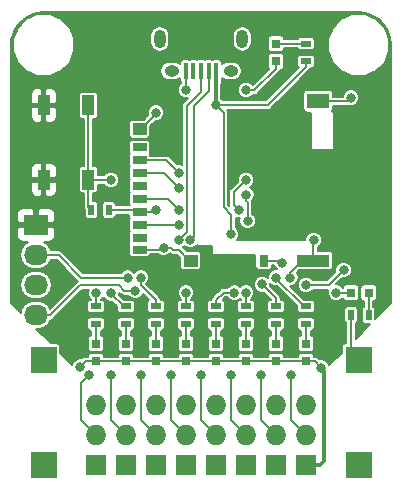
<source format=gbr>
G04 #@! TF.GenerationSoftware,KiCad,Pcbnew,5.0.0*
G04 #@! TF.CreationDate,2018-11-12T22:36:05-05:00*
G04 #@! TF.ProjectId,dot-driver,646F742D6472697665722E6B69636164,rev?*
G04 #@! TF.SameCoordinates,Original*
G04 #@! TF.FileFunction,Copper,L1,Top,Signal*
G04 #@! TF.FilePolarity,Positive*
%FSLAX46Y46*%
G04 Gerber Fmt 4.6, Leading zero omitted, Abs format (unit mm)*
G04 Created by KiCad (PCBNEW 5.0.0) date Mon Nov 12 22:36:05 2018*
%MOMM*%
%LPD*%
G01*
G04 APERTURE LIST*
G04 #@! TA.AperFunction,SMDPad,CuDef*
%ADD10R,0.797560X0.797560*%
G04 #@! TD*
G04 #@! TA.AperFunction,ComponentPad*
%ADD11R,1.727200X1.727200*%
G04 #@! TD*
G04 #@! TA.AperFunction,ComponentPad*
%ADD12O,1.727200X1.727200*%
G04 #@! TD*
G04 #@! TA.AperFunction,ComponentPad*
%ADD13R,2.032000X1.727200*%
G04 #@! TD*
G04 #@! TA.AperFunction,ComponentPad*
%ADD14O,2.032000X1.727200*%
G04 #@! TD*
G04 #@! TA.AperFunction,ComponentPad*
%ADD15R,2.235200X2.235200*%
G04 #@! TD*
G04 #@! TA.AperFunction,SMDPad,CuDef*
%ADD16R,0.400000X1.350000*%
G04 #@! TD*
G04 #@! TA.AperFunction,ComponentPad*
%ADD17O,1.250000X0.950000*%
G04 #@! TD*
G04 #@! TA.AperFunction,ComponentPad*
%ADD18O,1.000000X1.550000*%
G04 #@! TD*
G04 #@! TA.AperFunction,SMDPad,CuDef*
%ADD19R,0.900000X0.500000*%
G04 #@! TD*
G04 #@! TA.AperFunction,SMDPad,CuDef*
%ADD20R,0.500000X0.900000*%
G04 #@! TD*
G04 #@! TA.AperFunction,SMDPad,CuDef*
%ADD21R,1.000000X1.700000*%
G04 #@! TD*
G04 #@! TA.AperFunction,SMDPad,CuDef*
%ADD22R,1.900000X1.300000*%
G04 #@! TD*
G04 #@! TA.AperFunction,SMDPad,CuDef*
%ADD23R,2.800000X1.000000*%
G04 #@! TD*
G04 #@! TA.AperFunction,SMDPad,CuDef*
%ADD24R,0.800000X1.000000*%
G04 #@! TD*
G04 #@! TA.AperFunction,SMDPad,CuDef*
%ADD25R,1.200000X1.000000*%
G04 #@! TD*
G04 #@! TA.AperFunction,SMDPad,CuDef*
%ADD26R,1.200000X0.700000*%
G04 #@! TD*
G04 #@! TA.AperFunction,ViaPad*
%ADD27C,0.800000*%
G04 #@! TD*
G04 #@! TA.AperFunction,Conductor*
%ADD28C,0.200000*%
G04 #@! TD*
G04 #@! TA.AperFunction,Conductor*
%ADD29C,0.300000*%
G04 #@! TD*
G04 APERTURE END LIST*
D10*
G04 #@! TO.P,D8,1*
G04 #@! TO.N,GND*
X142240000Y-106794300D03*
G04 #@! TO.P,D8,2*
G04 #@! TO.N,Net-(D8-Pad2)*
X142240000Y-105295700D03*
G04 #@! TD*
G04 #@! TO.P,D5,1*
G04 #@! TO.N,GND*
X137160000Y-106794300D03*
G04 #@! TO.P,D5,2*
G04 #@! TO.N,Net-(D5-Pad2)*
X137160000Y-105295700D03*
G04 #@! TD*
D11*
G04 #@! TO.P,J13,1*
G04 #@! TO.N,GND*
X149860000Y-115570000D03*
D12*
G04 #@! TO.P,J13,2*
G04 #@! TO.N,/LED7*
X149860000Y-113030000D03*
G04 #@! TO.P,J13,3*
G04 #@! TO.N,+5VL*
X149860000Y-110490000D03*
G04 #@! TD*
G04 #@! TO.P,J12,3*
G04 #@! TO.N,+5VL*
X147320000Y-110490000D03*
G04 #@! TO.P,J12,2*
G04 #@! TO.N,/LED6*
X147320000Y-113030000D03*
D11*
G04 #@! TO.P,J12,1*
G04 #@! TO.N,GND*
X147320000Y-115570000D03*
G04 #@! TD*
D12*
G04 #@! TO.P,J11,3*
G04 #@! TO.N,+5VL*
X144780000Y-110490000D03*
G04 #@! TO.P,J11,2*
G04 #@! TO.N,/LED5*
X144780000Y-113030000D03*
D11*
G04 #@! TO.P,J11,1*
G04 #@! TO.N,GND*
X144780000Y-115570000D03*
G04 #@! TD*
G04 #@! TO.P,J10,1*
G04 #@! TO.N,GND*
X142240000Y-115570000D03*
D12*
G04 #@! TO.P,J10,2*
G04 #@! TO.N,/LED4*
X142240000Y-113030000D03*
G04 #@! TO.P,J10,3*
G04 #@! TO.N,+5VL*
X142240000Y-110490000D03*
G04 #@! TD*
G04 #@! TO.P,J9,3*
G04 #@! TO.N,+5VL*
X139700000Y-110490000D03*
G04 #@! TO.P,J9,2*
G04 #@! TO.N,/LED3*
X139700000Y-113030000D03*
D11*
G04 #@! TO.P,J9,1*
G04 #@! TO.N,GND*
X139700000Y-115570000D03*
G04 #@! TD*
G04 #@! TO.P,J8,1*
G04 #@! TO.N,GND*
X137160000Y-115570000D03*
D12*
G04 #@! TO.P,J8,2*
G04 #@! TO.N,/LED2*
X137160000Y-113030000D03*
G04 #@! TO.P,J8,3*
G04 #@! TO.N,+5VL*
X137160000Y-110490000D03*
G04 #@! TD*
G04 #@! TO.P,J7,3*
G04 #@! TO.N,+5VL*
X134620000Y-110490000D03*
G04 #@! TO.P,J7,2*
G04 #@! TO.N,/LED1*
X134620000Y-113030000D03*
D11*
G04 #@! TO.P,J7,1*
G04 #@! TO.N,GND*
X134620000Y-115570000D03*
G04 #@! TD*
G04 #@! TO.P,J6,1*
G04 #@! TO.N,GND*
X132080000Y-115570000D03*
D12*
G04 #@! TO.P,J6,2*
G04 #@! TO.N,/LED0*
X132080000Y-113030000D03*
G04 #@! TO.P,J6,3*
G04 #@! TO.N,+5VL*
X132080000Y-110490000D03*
G04 #@! TD*
D13*
G04 #@! TO.P,J15,1*
G04 #@! TO.N,+3V3*
X127000000Y-95250000D03*
D14*
G04 #@! TO.P,J15,2*
G04 #@! TO.N,/SWCLK*
X127000000Y-97790000D03*
G04 #@! TO.P,J15,3*
G04 #@! TO.N,GND*
X127000000Y-100330000D03*
G04 #@! TO.P,J15,4*
G04 #@! TO.N,/SWDIO*
X127000000Y-102870000D03*
G04 #@! TD*
D10*
G04 #@! TO.P,D3,2*
G04 #@! TO.N,Net-(D3-Pad2)*
X132080000Y-105295700D03*
G04 #@! TO.P,D3,1*
G04 #@! TO.N,GND*
X132080000Y-106794300D03*
G04 #@! TD*
G04 #@! TO.P,D4,2*
G04 #@! TO.N,Net-(D4-Pad2)*
X134620000Y-105295700D03*
G04 #@! TO.P,D4,1*
G04 #@! TO.N,GND*
X134620000Y-106794300D03*
G04 #@! TD*
G04 #@! TO.P,D6,2*
G04 #@! TO.N,Net-(D6-Pad2)*
X147320000Y-79895700D03*
G04 #@! TO.P,D6,1*
G04 #@! TO.N,GND*
X147320000Y-81394300D03*
G04 #@! TD*
G04 #@! TO.P,D7,1*
G04 #@! TO.N,GND*
X139700000Y-106794300D03*
G04 #@! TO.P,D7,2*
G04 #@! TO.N,Net-(D7-Pad2)*
X139700000Y-105295700D03*
G04 #@! TD*
G04 #@! TO.P,D9,2*
G04 #@! TO.N,Net-(D9-Pad2)*
X144780000Y-105295700D03*
G04 #@! TO.P,D9,1*
G04 #@! TO.N,GND*
X144780000Y-106794300D03*
G04 #@! TD*
G04 #@! TO.P,D10,1*
G04 #@! TO.N,GND*
X147320000Y-106794300D03*
G04 #@! TO.P,D10,2*
G04 #@! TO.N,Net-(D10-Pad2)*
X147320000Y-105295700D03*
G04 #@! TD*
G04 #@! TO.P,D11,2*
G04 #@! TO.N,Net-(D11-Pad2)*
X149860000Y-105295700D03*
G04 #@! TO.P,D11,1*
G04 #@! TO.N,GND*
X149860000Y-106794300D03*
G04 #@! TD*
D15*
G04 #@! TO.P,J1,1*
G04 #@! TO.N,+5VL*
X127635000Y-106680000D03*
G04 #@! TD*
G04 #@! TO.P,J2,1*
G04 #@! TO.N,+5VL*
X154305000Y-106680000D03*
G04 #@! TD*
G04 #@! TO.P,J3,1*
G04 #@! TO.N,GND*
X127635000Y-115570000D03*
G04 #@! TD*
G04 #@! TO.P,J4,1*
G04 #@! TO.N,GND*
X154305000Y-115570000D03*
G04 #@! TD*
D16*
G04 #@! TO.P,J5,1*
G04 #@! TO.N,/VBUS*
X142270900Y-82207540D03*
G04 #@! TO.P,J5,2*
G04 #@! TO.N,/USB_DM*
X141620900Y-82207540D03*
G04 #@! TO.P,J5,3*
G04 #@! TO.N,/USB_DP*
X140970900Y-82207540D03*
G04 #@! TO.P,J5,4*
G04 #@! TO.N,Net-(J5-Pad4)*
X140320900Y-82207540D03*
G04 #@! TO.P,J5,5*
G04 #@! TO.N,GND*
X139670900Y-82207540D03*
D17*
G04 #@! TO.P,J5,6*
X143470900Y-82207540D03*
X138470900Y-82207540D03*
D18*
X144470900Y-79507540D03*
X137470900Y-79507540D03*
G04 #@! TD*
D19*
G04 #@! TO.P,R2,1*
G04 #@! TO.N,Net-(D3-Pad2)*
X132080000Y-103620000D03*
G04 #@! TO.P,R2,2*
G04 #@! TO.N,/IND0*
X132080000Y-102120000D03*
G04 #@! TD*
G04 #@! TO.P,R4,1*
G04 #@! TO.N,Net-(D4-Pad2)*
X134620000Y-103620000D03*
G04 #@! TO.P,R4,2*
G04 #@! TO.N,/IND1*
X134620000Y-102120000D03*
G04 #@! TD*
D20*
G04 #@! TO.P,R5,2*
G04 #@! TO.N,GND*
X133175000Y-93980000D03*
G04 #@! TO.P,R5,1*
G04 #@! TO.N,/BUTTON*
X131675000Y-93980000D03*
G04 #@! TD*
D19*
G04 #@! TO.P,R7,1*
G04 #@! TO.N,/VBUS*
X149860000Y-81395000D03*
G04 #@! TO.P,R7,2*
G04 #@! TO.N,Net-(D6-Pad2)*
X149860000Y-79895000D03*
G04 #@! TD*
G04 #@! TO.P,R8,2*
G04 #@! TO.N,/IND2*
X137160000Y-102120000D03*
G04 #@! TO.P,R8,1*
G04 #@! TO.N,Net-(D5-Pad2)*
X137160000Y-103620000D03*
G04 #@! TD*
G04 #@! TO.P,R10,1*
G04 #@! TO.N,Net-(D7-Pad2)*
X139700000Y-103620000D03*
G04 #@! TO.P,R10,2*
G04 #@! TO.N,/IND3*
X139700000Y-102120000D03*
G04 #@! TD*
G04 #@! TO.P,R12,2*
G04 #@! TO.N,/IND4*
X142240000Y-102120000D03*
G04 #@! TO.P,R12,1*
G04 #@! TO.N,Net-(D8-Pad2)*
X142240000Y-103620000D03*
G04 #@! TD*
G04 #@! TO.P,R14,1*
G04 #@! TO.N,Net-(D9-Pad2)*
X144780000Y-103620000D03*
G04 #@! TO.P,R14,2*
G04 #@! TO.N,/IND5*
X144780000Y-102120000D03*
G04 #@! TD*
G04 #@! TO.P,R16,2*
G04 #@! TO.N,/IND6*
X147320000Y-102120000D03*
G04 #@! TO.P,R16,1*
G04 #@! TO.N,Net-(D10-Pad2)*
X147320000Y-103620000D03*
G04 #@! TD*
G04 #@! TO.P,R18,1*
G04 #@! TO.N,Net-(D11-Pad2)*
X149860000Y-103620000D03*
G04 #@! TO.P,R18,2*
G04 #@! TO.N,/IND7*
X149860000Y-102120000D03*
G04 #@! TD*
D21*
G04 #@! TO.P,SW1,1*
G04 #@! TO.N,+3V3*
X127640000Y-91415000D03*
X127640000Y-85115000D03*
G04 #@! TO.P,SW1,2*
G04 #@! TO.N,/BUTTON*
X131440000Y-91415000D03*
X131440000Y-85115000D03*
G04 #@! TD*
D22*
G04 #@! TO.P,J14,11*
G04 #@! TO.N,GND*
X150885000Y-84765000D03*
D23*
X150435000Y-98265000D03*
D24*
G04 #@! TO.P,J14,10*
G04 #@! TO.N,/DETECT*
X146285000Y-98265000D03*
D25*
G04 #@! TO.P,J14,11*
G04 #@! TO.N,GND*
X140085000Y-98265000D03*
X135785000Y-87115000D03*
D26*
G04 #@! TO.P,J14,7*
G04 #@! TO.N,/MISO*
X135785000Y-95265000D03*
G04 #@! TO.P,J14,6*
G04 #@! TO.N,GND*
X135785000Y-94165000D03*
G04 #@! TO.P,J14,5*
G04 #@! TO.N,/SCK*
X135785000Y-93065000D03*
G04 #@! TO.P,J14,4*
G04 #@! TO.N,VDD*
X135785000Y-91965000D03*
G04 #@! TO.P,J14,3*
G04 #@! TO.N,/MOSI*
X135785000Y-90865000D03*
G04 #@! TO.P,J14,2*
G04 #@! TO.N,/NSS*
X135785000Y-89765000D03*
G04 #@! TO.P,J14,1*
G04 #@! TO.N,Net-(J14-Pad1)*
X135785000Y-88665000D03*
G04 #@! TO.P,J14,8*
G04 #@! TO.N,Net-(J14-Pad8)*
X135785000Y-96365000D03*
G04 #@! TO.P,J14,9*
G04 #@! TO.N,GND*
X135785000Y-97315000D03*
G04 #@! TD*
D10*
G04 #@! TO.P,D12,2*
G04 #@! TO.N,Net-(D12-Pad2)*
X155168600Y-100965000D03*
G04 #@! TO.P,D12,1*
G04 #@! TO.N,GND*
X153670000Y-100965000D03*
G04 #@! TD*
D20*
G04 #@! TO.P,R19,1*
G04 #@! TO.N,+5VL*
X153670000Y-102870000D03*
G04 #@! TO.P,R19,2*
G04 #@! TO.N,Net-(D12-Pad2)*
X155170000Y-102870000D03*
G04 #@! TD*
D27*
G04 #@! TO.N,GND*
X139700000Y-83820000D03*
X137160000Y-85725000D03*
X137160000Y-93980000D03*
X137795000Y-97155000D03*
X150495000Y-96520000D03*
X151130000Y-107315000D03*
X152400000Y-100965000D03*
X144780000Y-83820000D03*
X148525000Y-99695000D03*
X153670000Y-84455000D03*
X130737885Y-107242885D03*
G04 #@! TO.N,+5V*
X149860000Y-100330000D03*
X153035000Y-99060000D03*
G04 #@! TO.N,+3V3*
X133350000Y-89535000D03*
X137795000Y-100965000D03*
X147955000Y-90805000D03*
X147320000Y-85725000D03*
X144780000Y-95885000D03*
G04 #@! TO.N,/VBUS*
X142240000Y-85090000D03*
X143510000Y-96022115D03*
G04 #@! TO.N,/USB_DM*
X140065003Y-96520000D03*
G04 #@! TO.N,/USB_DP*
X139065000Y-96520000D03*
G04 #@! TO.N,/LED0*
X131445000Y-107950000D03*
G04 #@! TO.N,/LED1*
X133350000Y-107950000D03*
G04 #@! TO.N,/LED2*
X135890000Y-107950000D03*
G04 #@! TO.N,/LED3*
X138430000Y-107950000D03*
G04 #@! TO.N,/LED4*
X140970000Y-107950000D03*
G04 #@! TO.N,/LED5*
X143510000Y-107950000D03*
G04 #@! TO.N,/LED6*
X146050000Y-107950000D03*
G04 #@! TO.N,/LED7*
X148590000Y-107950000D03*
G04 #@! TO.N,/SWCLK*
X134750002Y-99695000D03*
G04 #@! TO.N,/SWDIO*
X135395018Y-100824982D03*
G04 #@! TO.N,/IND0*
X132080000Y-101030010D03*
G04 #@! TO.N,/IND1*
X133350000Y-101030010D03*
G04 #@! TO.N,/BUTTON*
X133350000Y-91440000D03*
G04 #@! TO.N,/IND2*
X135890000Y-99695000D03*
G04 #@! TO.N,/IND3*
X139700000Y-100965000D03*
G04 #@! TO.N,/IND4*
X143779933Y-100965000D03*
G04 #@! TO.N,/IND5*
X144779936Y-100965000D03*
G04 #@! TO.N,/IND6*
X146122123Y-100257893D03*
G04 #@! TO.N,/IND7*
X147320000Y-99695000D03*
G04 #@! TO.N,/NSS*
X139065008Y-90805000D03*
G04 #@! TO.N,/SCK*
X144779982Y-91440000D03*
X144145000Y-93980000D03*
X139065000Y-93980000D03*
G04 #@! TO.N,/MISO*
X144806172Y-92660096D03*
X139065000Y-95250000D03*
X144907079Y-94893095D03*
G04 #@! TO.N,/MOSI*
X139065000Y-92075000D03*
G04 #@! TO.N,/DETECT*
X147783601Y-98425000D03*
G04 #@! TD*
D28*
G04 #@! TO.N,GND*
X139670900Y-82207540D02*
X139670900Y-83790900D01*
X139670900Y-83790900D02*
X139700000Y-83820000D01*
X137160000Y-85840000D02*
X137160000Y-85725000D01*
X135785000Y-87115000D02*
X135885000Y-87115000D01*
X135885000Y-87115000D02*
X137160000Y-85840000D01*
X135785000Y-94165000D02*
X136975000Y-94165000D01*
X136975000Y-94165000D02*
X137160000Y-93980000D01*
X135785000Y-97315000D02*
X137635000Y-97315000D01*
X137635000Y-97315000D02*
X137795000Y-97155000D01*
X139065000Y-97345000D02*
X138620000Y-97345000D01*
X140085000Y-98265000D02*
X139985000Y-98265000D01*
X139985000Y-98265000D02*
X139065000Y-97345000D01*
X138430000Y-97155000D02*
X137795000Y-97155000D01*
X138620000Y-97345000D02*
X138430000Y-97155000D01*
X150435000Y-98265000D02*
X150435000Y-96580000D01*
X150435000Y-96580000D02*
X150495000Y-96520000D01*
X149860000Y-106794300D02*
X150609300Y-106794300D01*
X150609300Y-106794300D02*
X151130000Y-107315000D01*
X153670000Y-100965000D02*
X152400000Y-100965000D01*
X147320000Y-81394300D02*
X147320000Y-81993080D01*
X145493080Y-83820000D02*
X144780000Y-83820000D01*
X147320000Y-81993080D02*
X145493080Y-83820000D01*
X148525000Y-99275000D02*
X148525000Y-99695000D01*
X149535000Y-98265000D02*
X148525000Y-99275000D01*
X150435000Y-98265000D02*
X149535000Y-98265000D01*
X150885000Y-84765000D02*
X153360000Y-84765000D01*
X153360000Y-84765000D02*
X153670000Y-84455000D01*
D29*
X151023600Y-115570000D02*
X149860000Y-115570000D01*
X151384000Y-115209600D02*
X151023600Y-115570000D01*
X151384000Y-107569000D02*
X151384000Y-115209600D01*
X151130000Y-107315000D02*
X151384000Y-107569000D01*
D28*
X135600000Y-93980000D02*
X135785000Y-94165000D01*
X133175000Y-93980000D02*
X135600000Y-93980000D01*
X132080000Y-106794300D02*
X132678780Y-106794300D01*
X132678780Y-106794300D02*
X149860000Y-106794300D01*
X131186470Y-106794300D02*
X131137884Y-106842886D01*
X132080000Y-106794300D02*
X131186470Y-106794300D01*
X131137884Y-106842886D02*
X130737885Y-107242885D01*
G04 #@! TO.N,+5V*
X149860000Y-100330000D02*
X151765000Y-100330000D01*
X151765000Y-100330000D02*
X152635001Y-99459999D01*
X152635001Y-99459999D02*
X153035000Y-99060000D01*
G04 #@! TO.N,+5VL*
X153670000Y-106045000D02*
X154305000Y-106680000D01*
X153670000Y-102870000D02*
X153670000Y-106045000D01*
D29*
G04 #@! TO.N,/VBUS*
X142270900Y-83182540D02*
X142240000Y-83213440D01*
X142270900Y-82207540D02*
X142270900Y-83182540D01*
X142240000Y-83213440D02*
X142240000Y-85090000D01*
D28*
X143510000Y-94381002D02*
X142875000Y-93746002D01*
X143510000Y-96022115D02*
X143510000Y-94381002D01*
X142875000Y-85725000D02*
X142240000Y-85090000D01*
X142875000Y-93746002D02*
X142875000Y-85725000D01*
X149860000Y-81845000D02*
X149860000Y-81395000D01*
X146615000Y-85090000D02*
X149860000Y-81845000D01*
X142240000Y-85090000D02*
X146615000Y-85090000D01*
G04 #@! TO.N,Net-(D3-Pad2)*
X132080000Y-103620000D02*
X132080000Y-105295700D01*
G04 #@! TO.N,Net-(D4-Pad2)*
X134620000Y-103620000D02*
X134620000Y-105295700D01*
G04 #@! TO.N,Net-(D5-Pad2)*
X137160000Y-103620000D02*
X137160000Y-105295700D01*
G04 #@! TO.N,Net-(D6-Pad2)*
X147320700Y-79895000D02*
X147320000Y-79895700D01*
X149860000Y-79895000D02*
X147320700Y-79895000D01*
G04 #@! TO.N,Net-(D7-Pad2)*
X139700000Y-103620000D02*
X139700000Y-105295700D01*
G04 #@! TO.N,Net-(D8-Pad2)*
X142240000Y-103620000D02*
X142240000Y-105295700D01*
G04 #@! TO.N,Net-(D9-Pad2)*
X144780000Y-103620000D02*
X144780000Y-105295700D01*
G04 #@! TO.N,Net-(D10-Pad2)*
X147320000Y-103620000D02*
X147320000Y-105295700D01*
G04 #@! TO.N,Net-(D11-Pad2)*
X149860000Y-103620000D02*
X149860000Y-105295700D01*
G04 #@! TO.N,/USB_DM*
X141620900Y-83864816D02*
X140335000Y-85150716D01*
X141620900Y-82207540D02*
X141620900Y-83864816D01*
X140335000Y-85150716D02*
X140335000Y-96250003D01*
X140335000Y-96250003D02*
X140065003Y-96520000D01*
G04 #@! TO.N,/USB_DP*
X140970900Y-83949118D02*
X140970900Y-82207540D01*
X139765009Y-85155009D02*
X140970900Y-83949118D01*
X139065000Y-96520000D02*
X139765009Y-95819991D01*
X139765009Y-95819991D02*
X139765009Y-85155009D01*
G04 #@! TO.N,/LED0*
X130810000Y-111760000D02*
X131216401Y-112166401D01*
X131216401Y-112166401D02*
X132080000Y-113030000D01*
X131445000Y-107950000D02*
X130810000Y-108585000D01*
X130810000Y-108585000D02*
X130810000Y-111760000D01*
G04 #@! TO.N,/LED1*
X133756401Y-112166401D02*
X134620000Y-113030000D01*
X133350000Y-107950000D02*
X133350000Y-111760000D01*
X133350000Y-111760000D02*
X133756401Y-112166401D01*
G04 #@! TO.N,/LED2*
X136296401Y-112166401D02*
X137160000Y-113030000D01*
X135890000Y-111760000D02*
X136296401Y-112166401D01*
X135890000Y-109220000D02*
X135890000Y-111760000D01*
X135890000Y-107950000D02*
X135890000Y-109220000D01*
G04 #@! TO.N,/LED3*
X138836401Y-112166401D02*
X139700000Y-113030000D01*
X138430000Y-111760000D02*
X138836401Y-112166401D01*
X138430000Y-109220000D02*
X138430000Y-111760000D01*
X138430000Y-107950000D02*
X138430000Y-109220000D01*
G04 #@! TO.N,/LED4*
X140970000Y-109220000D02*
X140970000Y-107950000D01*
X142240000Y-113030000D02*
X140970000Y-111760000D01*
X140970000Y-111760000D02*
X140970000Y-109220000D01*
G04 #@! TO.N,/LED5*
X143510000Y-109220000D02*
X143510000Y-107950000D01*
X144780000Y-113030000D02*
X143510000Y-111760000D01*
X143510000Y-111760000D02*
X143510000Y-109220000D01*
G04 #@! TO.N,/LED6*
X146050000Y-109220000D02*
X146050000Y-107950000D01*
X147320000Y-113030000D02*
X146050000Y-111760000D01*
X146050000Y-111760000D02*
X146050000Y-109220000D01*
G04 #@! TO.N,/LED7*
X148590000Y-109220000D02*
X148590000Y-107950000D01*
X149860000Y-113030000D02*
X148590000Y-111760000D01*
X148590000Y-111760000D02*
X148590000Y-109220000D01*
G04 #@! TO.N,/SWCLK*
X134750002Y-99695000D02*
X130810000Y-99695000D01*
X128905000Y-97790000D02*
X127000000Y-97790000D01*
X130810000Y-99695000D02*
X128905000Y-97790000D01*
G04 #@! TO.N,/SWDIO*
X130756000Y-100330000D02*
X133985000Y-100330000D01*
X127000000Y-102870000D02*
X128216000Y-102870000D01*
X128216000Y-102870000D02*
X130756000Y-100330000D01*
X134479982Y-100824982D02*
X135395018Y-100824982D01*
X133985000Y-100330000D02*
X134479982Y-100824982D01*
G04 #@! TO.N,/IND0*
X132080000Y-102120000D02*
X132080000Y-101030010D01*
G04 #@! TO.N,/IND1*
X133350000Y-101050000D02*
X133350000Y-101030010D01*
X134420000Y-102120000D02*
X133350000Y-101050000D01*
X134620000Y-102120000D02*
X134420000Y-102120000D01*
G04 #@! TO.N,/BUTTON*
X131465000Y-91440000D02*
X131440000Y-91415000D01*
X133350000Y-91440000D02*
X131465000Y-91440000D01*
X131675000Y-91650000D02*
X131440000Y-91415000D01*
X131440000Y-91415000D02*
X131440000Y-85115000D01*
X131440000Y-93745000D02*
X131675000Y-93980000D01*
X131440000Y-91415000D02*
X131440000Y-93745000D01*
G04 #@! TO.N,/IND2*
X137160000Y-101600000D02*
X135890000Y-100330000D01*
X135890000Y-100330000D02*
X135890000Y-99695000D01*
X137160000Y-102120000D02*
X137160000Y-101600000D01*
G04 #@! TO.N,/IND3*
X139700000Y-102120000D02*
X139700000Y-100965000D01*
G04 #@! TO.N,/IND4*
X142240000Y-102120000D02*
X142355000Y-102120000D01*
X143779933Y-100965000D02*
X142875000Y-100965000D01*
X142240000Y-101600000D02*
X142240000Y-102120000D01*
X142875000Y-100965000D02*
X142240000Y-101600000D01*
G04 #@! TO.N,/IND5*
X144780000Y-102120000D02*
X144780000Y-100965064D01*
X144780000Y-100965064D02*
X144779936Y-100965000D01*
G04 #@! TO.N,/IND6*
X146522122Y-100657892D02*
X146122123Y-100257893D01*
X147320000Y-102120000D02*
X147320000Y-101455770D01*
X147320000Y-101455770D02*
X146522122Y-100657892D01*
G04 #@! TO.N,/IND7*
X149660000Y-102120000D02*
X147320000Y-99780000D01*
X147320000Y-99780000D02*
X147320000Y-99695000D01*
X149860000Y-102120000D02*
X149660000Y-102120000D01*
G04 #@! TO.N,/NSS*
X138025008Y-89765000D02*
X135785000Y-89765000D01*
X139065008Y-90805000D02*
X138025008Y-89765000D01*
G04 #@! TO.N,/SCK*
X143745001Y-93580001D02*
X144145000Y-93980000D01*
X143745001Y-92474981D02*
X143745001Y-93580001D01*
X144779982Y-91440000D02*
X143745001Y-92474981D01*
X138150000Y-93065000D02*
X139065000Y-93980000D01*
X135785000Y-93065000D02*
X138150000Y-93065000D01*
G04 #@! TO.N,/MISO*
X135800000Y-95250000D02*
X135785000Y-95265000D01*
X139065000Y-95250000D02*
X135800000Y-95250000D01*
X144907079Y-94327410D02*
X144907079Y-94893095D01*
X144806172Y-92660096D02*
X144806172Y-93225781D01*
X144806172Y-93225781D02*
X144907079Y-93326688D01*
X144907079Y-93326688D02*
X144907079Y-94327410D01*
G04 #@! TO.N,/MOSI*
X137855000Y-90865000D02*
X135785000Y-90865000D01*
X139065000Y-92075000D02*
X137855000Y-90865000D01*
G04 #@! TO.N,/DETECT*
X146285000Y-98265000D02*
X147623601Y-98265000D01*
X147623601Y-98265000D02*
X147783601Y-98425000D01*
G04 #@! TO.N,Net-(D12-Pad2)*
X155170000Y-100966400D02*
X155168600Y-100965000D01*
X155170000Y-102870000D02*
X155170000Y-100966400D01*
G04 #@! TD*
G04 #@! TO.N,+3V3*
G36*
X154919238Y-77306406D02*
X155502958Y-77509679D01*
X156027127Y-77837216D01*
X156465708Y-78272746D01*
X156796899Y-78794620D01*
X157004239Y-79376899D01*
X157080001Y-80012251D01*
X157080000Y-101858578D01*
X155725877Y-103212701D01*
X155725877Y-102420000D01*
X155702593Y-102302946D01*
X155636288Y-102203712D01*
X155570000Y-102159420D01*
X155570000Y-101669136D01*
X155684434Y-101646373D01*
X155783668Y-101580068D01*
X155849973Y-101480834D01*
X155873257Y-101363780D01*
X155873257Y-100566220D01*
X155849973Y-100449166D01*
X155783668Y-100349932D01*
X155684434Y-100283627D01*
X155567380Y-100260343D01*
X154769820Y-100260343D01*
X154652766Y-100283627D01*
X154553532Y-100349932D01*
X154487227Y-100449166D01*
X154463943Y-100566220D01*
X154463943Y-101363780D01*
X154487227Y-101480834D01*
X154553532Y-101580068D01*
X154652766Y-101646373D01*
X154769820Y-101669657D01*
X154770001Y-101669657D01*
X154770000Y-102159420D01*
X154703712Y-102203712D01*
X154637407Y-102302946D01*
X154614123Y-102420000D01*
X154614123Y-103320000D01*
X154637407Y-103437054D01*
X154703712Y-103536288D01*
X154802946Y-103602593D01*
X154920000Y-103625877D01*
X155312701Y-103625877D01*
X154070000Y-104868578D01*
X154070000Y-103580580D01*
X154136288Y-103536288D01*
X154202593Y-103437054D01*
X154225877Y-103320000D01*
X154225877Y-102420000D01*
X154202593Y-102302946D01*
X154136288Y-102203712D01*
X154037054Y-102137407D01*
X153920000Y-102114123D01*
X153420000Y-102114123D01*
X153302946Y-102137407D01*
X153203712Y-102203712D01*
X153137407Y-102302946D01*
X153114123Y-102420000D01*
X153114123Y-103320000D01*
X153137407Y-103437054D01*
X153203712Y-103536288D01*
X153270000Y-103580580D01*
X153270001Y-105256523D01*
X153187400Y-105256523D01*
X153070346Y-105279807D01*
X152971112Y-105346112D01*
X152904807Y-105445346D01*
X152881523Y-105562400D01*
X152881523Y-106057055D01*
X151810323Y-107128255D01*
X151723432Y-106918482D01*
X151526518Y-106721568D01*
X151269239Y-106615000D01*
X150995684Y-106615000D01*
X150920003Y-106539318D01*
X150897684Y-106505916D01*
X150765372Y-106417509D01*
X150648694Y-106394300D01*
X150609300Y-106386464D01*
X150569906Y-106394300D01*
X150564414Y-106394300D01*
X150541373Y-106278466D01*
X150475068Y-106179232D01*
X150375834Y-106112927D01*
X150258780Y-106089643D01*
X149461220Y-106089643D01*
X149344166Y-106112927D01*
X149244932Y-106179232D01*
X149178627Y-106278466D01*
X149155586Y-106394300D01*
X148024414Y-106394300D01*
X148001373Y-106278466D01*
X147935068Y-106179232D01*
X147835834Y-106112927D01*
X147718780Y-106089643D01*
X146921220Y-106089643D01*
X146804166Y-106112927D01*
X146704932Y-106179232D01*
X146638627Y-106278466D01*
X146615586Y-106394300D01*
X145484414Y-106394300D01*
X145461373Y-106278466D01*
X145395068Y-106179232D01*
X145295834Y-106112927D01*
X145178780Y-106089643D01*
X144381220Y-106089643D01*
X144264166Y-106112927D01*
X144164932Y-106179232D01*
X144098627Y-106278466D01*
X144075586Y-106394300D01*
X142944414Y-106394300D01*
X142921373Y-106278466D01*
X142855068Y-106179232D01*
X142755834Y-106112927D01*
X142638780Y-106089643D01*
X141841220Y-106089643D01*
X141724166Y-106112927D01*
X141624932Y-106179232D01*
X141558627Y-106278466D01*
X141535586Y-106394300D01*
X140404414Y-106394300D01*
X140381373Y-106278466D01*
X140315068Y-106179232D01*
X140215834Y-106112927D01*
X140098780Y-106089643D01*
X139301220Y-106089643D01*
X139184166Y-106112927D01*
X139084932Y-106179232D01*
X139018627Y-106278466D01*
X138995586Y-106394300D01*
X137864414Y-106394300D01*
X137841373Y-106278466D01*
X137775068Y-106179232D01*
X137675834Y-106112927D01*
X137558780Y-106089643D01*
X136761220Y-106089643D01*
X136644166Y-106112927D01*
X136544932Y-106179232D01*
X136478627Y-106278466D01*
X136455586Y-106394300D01*
X135324414Y-106394300D01*
X135301373Y-106278466D01*
X135235068Y-106179232D01*
X135135834Y-106112927D01*
X135018780Y-106089643D01*
X134221220Y-106089643D01*
X134104166Y-106112927D01*
X134004932Y-106179232D01*
X133938627Y-106278466D01*
X133915586Y-106394300D01*
X132784414Y-106394300D01*
X132761373Y-106278466D01*
X132695068Y-106179232D01*
X132595834Y-106112927D01*
X132478780Y-106089643D01*
X131681220Y-106089643D01*
X131564166Y-106112927D01*
X131464932Y-106179232D01*
X131398627Y-106278466D01*
X131375586Y-106394300D01*
X131225864Y-106394300D01*
X131186470Y-106386464D01*
X131147076Y-106394300D01*
X131030398Y-106417509D01*
X130898086Y-106505916D01*
X130875769Y-106539316D01*
X130872200Y-106542885D01*
X130598646Y-106542885D01*
X130341367Y-106649453D01*
X130144453Y-106846367D01*
X130057562Y-107056140D01*
X129058477Y-106057055D01*
X129058477Y-105562400D01*
X129035193Y-105445346D01*
X128968888Y-105346112D01*
X128869654Y-105279807D01*
X128752600Y-105256523D01*
X128257945Y-105256523D01*
X127035022Y-104033600D01*
X127267003Y-104033600D01*
X127606414Y-103966087D01*
X127991309Y-103708909D01*
X128217760Y-103370000D01*
X131324123Y-103370000D01*
X131324123Y-103870000D01*
X131347407Y-103987054D01*
X131413712Y-104086288D01*
X131512946Y-104152593D01*
X131630000Y-104175877D01*
X131680000Y-104175877D01*
X131680001Y-104591286D01*
X131564166Y-104614327D01*
X131464932Y-104680632D01*
X131398627Y-104779866D01*
X131375343Y-104896920D01*
X131375343Y-105694480D01*
X131398627Y-105811534D01*
X131464932Y-105910768D01*
X131564166Y-105977073D01*
X131681220Y-106000357D01*
X132478780Y-106000357D01*
X132595834Y-105977073D01*
X132695068Y-105910768D01*
X132761373Y-105811534D01*
X132784657Y-105694480D01*
X132784657Y-104896920D01*
X132761373Y-104779866D01*
X132695068Y-104680632D01*
X132595834Y-104614327D01*
X132480000Y-104591286D01*
X132480000Y-104175877D01*
X132530000Y-104175877D01*
X132647054Y-104152593D01*
X132746288Y-104086288D01*
X132812593Y-103987054D01*
X132835877Y-103870000D01*
X132835877Y-103370000D01*
X133864123Y-103370000D01*
X133864123Y-103870000D01*
X133887407Y-103987054D01*
X133953712Y-104086288D01*
X134052946Y-104152593D01*
X134170000Y-104175877D01*
X134220000Y-104175877D01*
X134220001Y-104591286D01*
X134104166Y-104614327D01*
X134004932Y-104680632D01*
X133938627Y-104779866D01*
X133915343Y-104896920D01*
X133915343Y-105694480D01*
X133938627Y-105811534D01*
X134004932Y-105910768D01*
X134104166Y-105977073D01*
X134221220Y-106000357D01*
X135018780Y-106000357D01*
X135135834Y-105977073D01*
X135235068Y-105910768D01*
X135301373Y-105811534D01*
X135324657Y-105694480D01*
X135324657Y-104896920D01*
X135301373Y-104779866D01*
X135235068Y-104680632D01*
X135135834Y-104614327D01*
X135020000Y-104591286D01*
X135020000Y-104175877D01*
X135070000Y-104175877D01*
X135187054Y-104152593D01*
X135286288Y-104086288D01*
X135352593Y-103987054D01*
X135375877Y-103870000D01*
X135375877Y-103370000D01*
X136404123Y-103370000D01*
X136404123Y-103870000D01*
X136427407Y-103987054D01*
X136493712Y-104086288D01*
X136592946Y-104152593D01*
X136710000Y-104175877D01*
X136760000Y-104175877D01*
X136760001Y-104591286D01*
X136644166Y-104614327D01*
X136544932Y-104680632D01*
X136478627Y-104779866D01*
X136455343Y-104896920D01*
X136455343Y-105694480D01*
X136478627Y-105811534D01*
X136544932Y-105910768D01*
X136644166Y-105977073D01*
X136761220Y-106000357D01*
X137558780Y-106000357D01*
X137675834Y-105977073D01*
X137775068Y-105910768D01*
X137841373Y-105811534D01*
X137864657Y-105694480D01*
X137864657Y-104896920D01*
X137841373Y-104779866D01*
X137775068Y-104680632D01*
X137675834Y-104614327D01*
X137560000Y-104591286D01*
X137560000Y-104175877D01*
X137610000Y-104175877D01*
X137727054Y-104152593D01*
X137826288Y-104086288D01*
X137892593Y-103987054D01*
X137915877Y-103870000D01*
X137915877Y-103370000D01*
X138944123Y-103370000D01*
X138944123Y-103870000D01*
X138967407Y-103987054D01*
X139033712Y-104086288D01*
X139132946Y-104152593D01*
X139250000Y-104175877D01*
X139300000Y-104175877D01*
X139300001Y-104591286D01*
X139184166Y-104614327D01*
X139084932Y-104680632D01*
X139018627Y-104779866D01*
X138995343Y-104896920D01*
X138995343Y-105694480D01*
X139018627Y-105811534D01*
X139084932Y-105910768D01*
X139184166Y-105977073D01*
X139301220Y-106000357D01*
X140098780Y-106000357D01*
X140215834Y-105977073D01*
X140315068Y-105910768D01*
X140381373Y-105811534D01*
X140404657Y-105694480D01*
X140404657Y-104896920D01*
X140381373Y-104779866D01*
X140315068Y-104680632D01*
X140215834Y-104614327D01*
X140100000Y-104591286D01*
X140100000Y-104175877D01*
X140150000Y-104175877D01*
X140267054Y-104152593D01*
X140366288Y-104086288D01*
X140432593Y-103987054D01*
X140455877Y-103870000D01*
X140455877Y-103370000D01*
X141484123Y-103370000D01*
X141484123Y-103870000D01*
X141507407Y-103987054D01*
X141573712Y-104086288D01*
X141672946Y-104152593D01*
X141790000Y-104175877D01*
X141840000Y-104175877D01*
X141840001Y-104591286D01*
X141724166Y-104614327D01*
X141624932Y-104680632D01*
X141558627Y-104779866D01*
X141535343Y-104896920D01*
X141535343Y-105694480D01*
X141558627Y-105811534D01*
X141624932Y-105910768D01*
X141724166Y-105977073D01*
X141841220Y-106000357D01*
X142638780Y-106000357D01*
X142755834Y-105977073D01*
X142855068Y-105910768D01*
X142921373Y-105811534D01*
X142944657Y-105694480D01*
X142944657Y-104896920D01*
X142921373Y-104779866D01*
X142855068Y-104680632D01*
X142755834Y-104614327D01*
X142640000Y-104591286D01*
X142640000Y-104175877D01*
X142690000Y-104175877D01*
X142807054Y-104152593D01*
X142906288Y-104086288D01*
X142972593Y-103987054D01*
X142995877Y-103870000D01*
X142995877Y-103370000D01*
X144024123Y-103370000D01*
X144024123Y-103870000D01*
X144047407Y-103987054D01*
X144113712Y-104086288D01*
X144212946Y-104152593D01*
X144330000Y-104175877D01*
X144380000Y-104175877D01*
X144380001Y-104591286D01*
X144264166Y-104614327D01*
X144164932Y-104680632D01*
X144098627Y-104779866D01*
X144075343Y-104896920D01*
X144075343Y-105694480D01*
X144098627Y-105811534D01*
X144164932Y-105910768D01*
X144264166Y-105977073D01*
X144381220Y-106000357D01*
X145178780Y-106000357D01*
X145295834Y-105977073D01*
X145395068Y-105910768D01*
X145461373Y-105811534D01*
X145484657Y-105694480D01*
X145484657Y-104896920D01*
X145461373Y-104779866D01*
X145395068Y-104680632D01*
X145295834Y-104614327D01*
X145180000Y-104591286D01*
X145180000Y-104175877D01*
X145230000Y-104175877D01*
X145347054Y-104152593D01*
X145446288Y-104086288D01*
X145512593Y-103987054D01*
X145535877Y-103870000D01*
X145535877Y-103370000D01*
X146564123Y-103370000D01*
X146564123Y-103870000D01*
X146587407Y-103987054D01*
X146653712Y-104086288D01*
X146752946Y-104152593D01*
X146870000Y-104175877D01*
X146920000Y-104175877D01*
X146920001Y-104591286D01*
X146804166Y-104614327D01*
X146704932Y-104680632D01*
X146638627Y-104779866D01*
X146615343Y-104896920D01*
X146615343Y-105694480D01*
X146638627Y-105811534D01*
X146704932Y-105910768D01*
X146804166Y-105977073D01*
X146921220Y-106000357D01*
X147718780Y-106000357D01*
X147835834Y-105977073D01*
X147935068Y-105910768D01*
X148001373Y-105811534D01*
X148024657Y-105694480D01*
X148024657Y-104896920D01*
X148001373Y-104779866D01*
X147935068Y-104680632D01*
X147835834Y-104614327D01*
X147720000Y-104591286D01*
X147720000Y-104175877D01*
X147770000Y-104175877D01*
X147887054Y-104152593D01*
X147986288Y-104086288D01*
X148052593Y-103987054D01*
X148075877Y-103870000D01*
X148075877Y-103370000D01*
X149104123Y-103370000D01*
X149104123Y-103870000D01*
X149127407Y-103987054D01*
X149193712Y-104086288D01*
X149292946Y-104152593D01*
X149410000Y-104175877D01*
X149460000Y-104175877D01*
X149460001Y-104591286D01*
X149344166Y-104614327D01*
X149244932Y-104680632D01*
X149178627Y-104779866D01*
X149155343Y-104896920D01*
X149155343Y-105694480D01*
X149178627Y-105811534D01*
X149244932Y-105910768D01*
X149344166Y-105977073D01*
X149461220Y-106000357D01*
X150258780Y-106000357D01*
X150375834Y-105977073D01*
X150475068Y-105910768D01*
X150541373Y-105811534D01*
X150564657Y-105694480D01*
X150564657Y-104896920D01*
X150541373Y-104779866D01*
X150475068Y-104680632D01*
X150375834Y-104614327D01*
X150260000Y-104591286D01*
X150260000Y-104175877D01*
X150310000Y-104175877D01*
X150427054Y-104152593D01*
X150526288Y-104086288D01*
X150592593Y-103987054D01*
X150615877Y-103870000D01*
X150615877Y-103370000D01*
X150592593Y-103252946D01*
X150526288Y-103153712D01*
X150427054Y-103087407D01*
X150310000Y-103064123D01*
X149410000Y-103064123D01*
X149292946Y-103087407D01*
X149193712Y-103153712D01*
X149127407Y-103252946D01*
X149104123Y-103370000D01*
X148075877Y-103370000D01*
X148052593Y-103252946D01*
X147986288Y-103153712D01*
X147887054Y-103087407D01*
X147770000Y-103064123D01*
X146870000Y-103064123D01*
X146752946Y-103087407D01*
X146653712Y-103153712D01*
X146587407Y-103252946D01*
X146564123Y-103370000D01*
X145535877Y-103370000D01*
X145512593Y-103252946D01*
X145446288Y-103153712D01*
X145347054Y-103087407D01*
X145230000Y-103064123D01*
X144330000Y-103064123D01*
X144212946Y-103087407D01*
X144113712Y-103153712D01*
X144047407Y-103252946D01*
X144024123Y-103370000D01*
X142995877Y-103370000D01*
X142972593Y-103252946D01*
X142906288Y-103153712D01*
X142807054Y-103087407D01*
X142690000Y-103064123D01*
X141790000Y-103064123D01*
X141672946Y-103087407D01*
X141573712Y-103153712D01*
X141507407Y-103252946D01*
X141484123Y-103370000D01*
X140455877Y-103370000D01*
X140432593Y-103252946D01*
X140366288Y-103153712D01*
X140267054Y-103087407D01*
X140150000Y-103064123D01*
X139250000Y-103064123D01*
X139132946Y-103087407D01*
X139033712Y-103153712D01*
X138967407Y-103252946D01*
X138944123Y-103370000D01*
X137915877Y-103370000D01*
X137892593Y-103252946D01*
X137826288Y-103153712D01*
X137727054Y-103087407D01*
X137610000Y-103064123D01*
X136710000Y-103064123D01*
X136592946Y-103087407D01*
X136493712Y-103153712D01*
X136427407Y-103252946D01*
X136404123Y-103370000D01*
X135375877Y-103370000D01*
X135352593Y-103252946D01*
X135286288Y-103153712D01*
X135187054Y-103087407D01*
X135070000Y-103064123D01*
X134170000Y-103064123D01*
X134052946Y-103087407D01*
X133953712Y-103153712D01*
X133887407Y-103252946D01*
X133864123Y-103370000D01*
X132835877Y-103370000D01*
X132812593Y-103252946D01*
X132746288Y-103153712D01*
X132647054Y-103087407D01*
X132530000Y-103064123D01*
X131630000Y-103064123D01*
X131512946Y-103087407D01*
X131413712Y-103153712D01*
X131347407Y-103252946D01*
X131324123Y-103370000D01*
X128217760Y-103370000D01*
X128248487Y-103324014D01*
X128259389Y-103269205D01*
X128372072Y-103246791D01*
X128504384Y-103158384D01*
X128526703Y-103124981D01*
X130921686Y-100730000D01*
X131446593Y-100730000D01*
X131380000Y-100890771D01*
X131380000Y-101169249D01*
X131486568Y-101426528D01*
X131625131Y-101565091D01*
X131512946Y-101587407D01*
X131413712Y-101653712D01*
X131347407Y-101752946D01*
X131324123Y-101870000D01*
X131324123Y-102370000D01*
X131347407Y-102487054D01*
X131413712Y-102586288D01*
X131512946Y-102652593D01*
X131630000Y-102675877D01*
X132530000Y-102675877D01*
X132647054Y-102652593D01*
X132746288Y-102586288D01*
X132812593Y-102487054D01*
X132835877Y-102370000D01*
X132835877Y-101870000D01*
X132812593Y-101752946D01*
X132746288Y-101653712D01*
X132647054Y-101587407D01*
X132534869Y-101565091D01*
X132673432Y-101426528D01*
X132715000Y-101326174D01*
X132756568Y-101426528D01*
X132953482Y-101623442D01*
X133210761Y-101730010D01*
X133464326Y-101730010D01*
X133864123Y-102129808D01*
X133864123Y-102370000D01*
X133887407Y-102487054D01*
X133953712Y-102586288D01*
X134052946Y-102652593D01*
X134170000Y-102675877D01*
X135070000Y-102675877D01*
X135187054Y-102652593D01*
X135286288Y-102586288D01*
X135352593Y-102487054D01*
X135375877Y-102370000D01*
X135375877Y-101870000D01*
X135352593Y-101752946D01*
X135286288Y-101653712D01*
X135187054Y-101587407D01*
X135070000Y-101564123D01*
X134429808Y-101564123D01*
X134045587Y-101179903D01*
X134050000Y-101169249D01*
X134050000Y-100960685D01*
X134169283Y-101079969D01*
X134191598Y-101113366D01*
X134323910Y-101201773D01*
X134440588Y-101224982D01*
X134479981Y-101232818D01*
X134519374Y-101224982D01*
X134805068Y-101224982D01*
X134998500Y-101418414D01*
X135255779Y-101524982D01*
X135534257Y-101524982D01*
X135791536Y-101418414D01*
X135988450Y-101221500D01*
X136055044Y-101060728D01*
X136586217Y-101591903D01*
X136493712Y-101653712D01*
X136427407Y-101752946D01*
X136404123Y-101870000D01*
X136404123Y-102370000D01*
X136427407Y-102487054D01*
X136493712Y-102586288D01*
X136592946Y-102652593D01*
X136710000Y-102675877D01*
X137610000Y-102675877D01*
X137727054Y-102652593D01*
X137826288Y-102586288D01*
X137892593Y-102487054D01*
X137915877Y-102370000D01*
X137915877Y-101870000D01*
X138944123Y-101870000D01*
X138944123Y-102370000D01*
X138967407Y-102487054D01*
X139033712Y-102586288D01*
X139132946Y-102652593D01*
X139250000Y-102675877D01*
X140150000Y-102675877D01*
X140267054Y-102652593D01*
X140366288Y-102586288D01*
X140432593Y-102487054D01*
X140455877Y-102370000D01*
X140455877Y-101870000D01*
X141484123Y-101870000D01*
X141484123Y-102370000D01*
X141507407Y-102487054D01*
X141573712Y-102586288D01*
X141672946Y-102652593D01*
X141790000Y-102675877D01*
X142690000Y-102675877D01*
X142807054Y-102652593D01*
X142906288Y-102586288D01*
X142972593Y-102487054D01*
X142995877Y-102370000D01*
X142995877Y-101870000D01*
X142972593Y-101752946D01*
X142906288Y-101653712D01*
X142813782Y-101591902D01*
X143040685Y-101365000D01*
X143189983Y-101365000D01*
X143383415Y-101558432D01*
X143640694Y-101665000D01*
X143919172Y-101665000D01*
X144176451Y-101558432D01*
X144279935Y-101454949D01*
X144380000Y-101555014D01*
X144380000Y-101564123D01*
X144330000Y-101564123D01*
X144212946Y-101587407D01*
X144113712Y-101653712D01*
X144047407Y-101752946D01*
X144024123Y-101870000D01*
X144024123Y-102370000D01*
X144047407Y-102487054D01*
X144113712Y-102586288D01*
X144212946Y-102652593D01*
X144330000Y-102675877D01*
X145230000Y-102675877D01*
X145347054Y-102652593D01*
X145446288Y-102586288D01*
X145512593Y-102487054D01*
X145535877Y-102370000D01*
X145535877Y-101870000D01*
X145512593Y-101752946D01*
X145446288Y-101653712D01*
X145347054Y-101587407D01*
X145230000Y-101564123D01*
X145180000Y-101564123D01*
X145180000Y-101554886D01*
X145373368Y-101361518D01*
X145479936Y-101104239D01*
X145479936Y-100825761D01*
X145373368Y-100568482D01*
X145176454Y-100371568D01*
X144919175Y-100265000D01*
X144640697Y-100265000D01*
X144383418Y-100371568D01*
X144279935Y-100475052D01*
X144176451Y-100371568D01*
X143919172Y-100265000D01*
X143640694Y-100265000D01*
X143383415Y-100371568D01*
X143189983Y-100565000D01*
X142914394Y-100565000D01*
X142875000Y-100557164D01*
X142835606Y-100565000D01*
X142718928Y-100588209D01*
X142586616Y-100676616D01*
X142564299Y-100710016D01*
X141985018Y-101289297D01*
X141951616Y-101311616D01*
X141874836Y-101426528D01*
X141863209Y-101443929D01*
X141839301Y-101564123D01*
X141790000Y-101564123D01*
X141672946Y-101587407D01*
X141573712Y-101653712D01*
X141507407Y-101752946D01*
X141484123Y-101870000D01*
X140455877Y-101870000D01*
X140432593Y-101752946D01*
X140366288Y-101653712D01*
X140267054Y-101587407D01*
X140150000Y-101564123D01*
X140100000Y-101564123D01*
X140100000Y-101554950D01*
X140293432Y-101361518D01*
X140400000Y-101104239D01*
X140400000Y-100825761D01*
X140293432Y-100568482D01*
X140096518Y-100371568D01*
X139839239Y-100265000D01*
X139560761Y-100265000D01*
X139303482Y-100371568D01*
X139106568Y-100568482D01*
X139000000Y-100825761D01*
X139000000Y-101104239D01*
X139106568Y-101361518D01*
X139300000Y-101554950D01*
X139300000Y-101564123D01*
X139250000Y-101564123D01*
X139132946Y-101587407D01*
X139033712Y-101653712D01*
X138967407Y-101752946D01*
X138944123Y-101870000D01*
X137915877Y-101870000D01*
X137892593Y-101752946D01*
X137826288Y-101653712D01*
X137727054Y-101587407D01*
X137610000Y-101564123D01*
X137560700Y-101564123D01*
X137560000Y-101560606D01*
X137536791Y-101443928D01*
X137448384Y-101311616D01*
X137414987Y-101289301D01*
X136350317Y-100224633D01*
X136483432Y-100091518D01*
X136590000Y-99834239D01*
X136590000Y-99555761D01*
X136483432Y-99298482D01*
X136286518Y-99101568D01*
X136029239Y-98995000D01*
X135750761Y-98995000D01*
X135493482Y-99101568D01*
X135320001Y-99275049D01*
X135146520Y-99101568D01*
X134889241Y-98995000D01*
X134610763Y-98995000D01*
X134353484Y-99101568D01*
X134160052Y-99295000D01*
X130975685Y-99295000D01*
X129215703Y-97535019D01*
X129193384Y-97501616D01*
X129061072Y-97413209D01*
X128944394Y-97390000D01*
X128905000Y-97382164D01*
X128865606Y-97390000D01*
X128259231Y-97390000D01*
X128248487Y-97335986D01*
X127991309Y-96951091D01*
X127647851Y-96721600D01*
X128136939Y-96721600D01*
X128360405Y-96629037D01*
X128531438Y-96458004D01*
X128624000Y-96234538D01*
X128624000Y-95556000D01*
X128472000Y-95404000D01*
X127154000Y-95404000D01*
X127154000Y-95424000D01*
X126846000Y-95424000D01*
X126846000Y-95404000D01*
X125528000Y-95404000D01*
X125376000Y-95556000D01*
X125376000Y-96234538D01*
X125468562Y-96458004D01*
X125639595Y-96629037D01*
X125863061Y-96721600D01*
X126352149Y-96721600D01*
X126008691Y-96951091D01*
X125751513Y-97335986D01*
X125661204Y-97790000D01*
X125751513Y-98244014D01*
X126008691Y-98628909D01*
X126393586Y-98886087D01*
X126732997Y-98953600D01*
X127267003Y-98953600D01*
X127606414Y-98886087D01*
X127991309Y-98628909D01*
X128248487Y-98244014D01*
X128259231Y-98190000D01*
X128739316Y-98190000D01*
X130499299Y-99949984D01*
X130521616Y-99983384D01*
X130538192Y-99994459D01*
X130467616Y-100041616D01*
X130445301Y-100075013D01*
X128190746Y-102329570D01*
X127991309Y-102031091D01*
X127606414Y-101773913D01*
X127267003Y-101706400D01*
X126732997Y-101706400D01*
X126393586Y-101773913D01*
X126008691Y-102031091D01*
X125751513Y-102415986D01*
X125696081Y-102694659D01*
X124860000Y-101858578D01*
X124860000Y-100330000D01*
X125661204Y-100330000D01*
X125751513Y-100784014D01*
X126008691Y-101168909D01*
X126393586Y-101426087D01*
X126732997Y-101493600D01*
X127267003Y-101493600D01*
X127606414Y-101426087D01*
X127991309Y-101168909D01*
X128248487Y-100784014D01*
X128338796Y-100330000D01*
X128248487Y-99875986D01*
X127991309Y-99491091D01*
X127606414Y-99233913D01*
X127267003Y-99166400D01*
X126732997Y-99166400D01*
X126393586Y-99233913D01*
X126008691Y-99491091D01*
X125751513Y-99875986D01*
X125661204Y-100330000D01*
X124860000Y-100330000D01*
X124860000Y-94265462D01*
X125376000Y-94265462D01*
X125376000Y-94944000D01*
X125528000Y-95096000D01*
X126846000Y-95096000D01*
X126846000Y-93930400D01*
X127154000Y-93930400D01*
X127154000Y-95096000D01*
X128472000Y-95096000D01*
X128624000Y-94944000D01*
X128624000Y-94265462D01*
X128531438Y-94041996D01*
X128360405Y-93870963D01*
X128136939Y-93778400D01*
X127306000Y-93778400D01*
X127154000Y-93930400D01*
X126846000Y-93930400D01*
X126694000Y-93778400D01*
X125863061Y-93778400D01*
X125639595Y-93870963D01*
X125468562Y-94041996D01*
X125376000Y-94265462D01*
X124860000Y-94265462D01*
X124860000Y-91721000D01*
X126532000Y-91721000D01*
X126532000Y-92385939D01*
X126624563Y-92609405D01*
X126795596Y-92780438D01*
X127019062Y-92873000D01*
X127334000Y-92873000D01*
X127486000Y-92721000D01*
X127486000Y-91569000D01*
X127794000Y-91569000D01*
X127794000Y-92721000D01*
X127946000Y-92873000D01*
X128260938Y-92873000D01*
X128484404Y-92780438D01*
X128655437Y-92609405D01*
X128748000Y-92385939D01*
X128748000Y-91721000D01*
X128596000Y-91569000D01*
X127794000Y-91569000D01*
X127486000Y-91569000D01*
X126684000Y-91569000D01*
X126532000Y-91721000D01*
X124860000Y-91721000D01*
X124860000Y-90444061D01*
X126532000Y-90444061D01*
X126532000Y-91109000D01*
X126684000Y-91261000D01*
X127486000Y-91261000D01*
X127486000Y-90109000D01*
X127794000Y-90109000D01*
X127794000Y-91261000D01*
X128596000Y-91261000D01*
X128748000Y-91109000D01*
X128748000Y-90444061D01*
X128655437Y-90220595D01*
X128484404Y-90049562D01*
X128260938Y-89957000D01*
X127946000Y-89957000D01*
X127794000Y-90109000D01*
X127486000Y-90109000D01*
X127334000Y-89957000D01*
X127019062Y-89957000D01*
X126795596Y-90049562D01*
X126624563Y-90220595D01*
X126532000Y-90444061D01*
X124860000Y-90444061D01*
X124860000Y-85421000D01*
X126532000Y-85421000D01*
X126532000Y-86085939D01*
X126624563Y-86309405D01*
X126795596Y-86480438D01*
X127019062Y-86573000D01*
X127334000Y-86573000D01*
X127486000Y-86421000D01*
X127486000Y-85269000D01*
X127794000Y-85269000D01*
X127794000Y-86421000D01*
X127946000Y-86573000D01*
X128260938Y-86573000D01*
X128484404Y-86480438D01*
X128655437Y-86309405D01*
X128748000Y-86085939D01*
X128748000Y-85421000D01*
X128596000Y-85269000D01*
X127794000Y-85269000D01*
X127486000Y-85269000D01*
X126684000Y-85269000D01*
X126532000Y-85421000D01*
X124860000Y-85421000D01*
X124860000Y-84144061D01*
X126532000Y-84144061D01*
X126532000Y-84809000D01*
X126684000Y-84961000D01*
X127486000Y-84961000D01*
X127486000Y-83809000D01*
X127794000Y-83809000D01*
X127794000Y-84961000D01*
X128596000Y-84961000D01*
X128748000Y-84809000D01*
X128748000Y-84265000D01*
X130634123Y-84265000D01*
X130634123Y-85965000D01*
X130657407Y-86082054D01*
X130723712Y-86181288D01*
X130822946Y-86247593D01*
X130940000Y-86270877D01*
X131040001Y-86270877D01*
X131040000Y-90259123D01*
X130940000Y-90259123D01*
X130822946Y-90282407D01*
X130723712Y-90348712D01*
X130657407Y-90447946D01*
X130634123Y-90565000D01*
X130634123Y-92265000D01*
X130657407Y-92382054D01*
X130723712Y-92481288D01*
X130822946Y-92547593D01*
X130940000Y-92570877D01*
X131040000Y-92570877D01*
X131040001Y-93705602D01*
X131032164Y-93745000D01*
X131063209Y-93901071D01*
X131069185Y-93910014D01*
X131119123Y-93984753D01*
X131119123Y-94430000D01*
X131142407Y-94547054D01*
X131208712Y-94646288D01*
X131307946Y-94712593D01*
X131425000Y-94735877D01*
X131925000Y-94735877D01*
X132042054Y-94712593D01*
X132141288Y-94646288D01*
X132207593Y-94547054D01*
X132230877Y-94430000D01*
X132230877Y-93530000D01*
X132619123Y-93530000D01*
X132619123Y-94430000D01*
X132642407Y-94547054D01*
X132708712Y-94646288D01*
X132807946Y-94712593D01*
X132925000Y-94735877D01*
X133425000Y-94735877D01*
X133542054Y-94712593D01*
X133641288Y-94646288D01*
X133707593Y-94547054D01*
X133730877Y-94430000D01*
X133730877Y-94380000D01*
X134879123Y-94380000D01*
X134879123Y-94515000D01*
X134902407Y-94632054D01*
X134957829Y-94715000D01*
X134902407Y-94797946D01*
X134879123Y-94915000D01*
X134879123Y-95615000D01*
X134902407Y-95732054D01*
X134957829Y-95815000D01*
X134902407Y-95897946D01*
X134879123Y-96015000D01*
X134879123Y-96715000D01*
X134902407Y-96832054D01*
X134907716Y-96840000D01*
X134902407Y-96847946D01*
X134879123Y-96965000D01*
X134879123Y-97665000D01*
X134902407Y-97782054D01*
X134968712Y-97881288D01*
X135067946Y-97947593D01*
X135185000Y-97970877D01*
X136385000Y-97970877D01*
X136502054Y-97947593D01*
X136601288Y-97881288D01*
X136667593Y-97782054D01*
X136680931Y-97715000D01*
X137365050Y-97715000D01*
X137398482Y-97748432D01*
X137655761Y-97855000D01*
X137934239Y-97855000D01*
X138191518Y-97748432D01*
X138321582Y-97618368D01*
X138331616Y-97633384D01*
X138463928Y-97721791D01*
X138620000Y-97752836D01*
X138659394Y-97745000D01*
X138899316Y-97745000D01*
X139179123Y-98024808D01*
X139179123Y-98765000D01*
X139202407Y-98882054D01*
X139268712Y-98981288D01*
X139367946Y-99047593D01*
X139485000Y-99070877D01*
X140685000Y-99070877D01*
X140802054Y-99047593D01*
X140901288Y-98981288D01*
X140967593Y-98882054D01*
X140990877Y-98765000D01*
X140990877Y-97765000D01*
X140967593Y-97647946D01*
X140901288Y-97548712D01*
X140802054Y-97482407D01*
X140685000Y-97459123D01*
X139744808Y-97459123D01*
X139417393Y-97131709D01*
X139461518Y-97113432D01*
X139565002Y-97009949D01*
X139668485Y-97113432D01*
X139925764Y-97220000D01*
X140204242Y-97220000D01*
X140461521Y-97113432D01*
X140628448Y-96946505D01*
X140645289Y-96971711D01*
X140677732Y-96993388D01*
X140716000Y-97001000D01*
X141886000Y-97001000D01*
X141886000Y-97663000D01*
X141893612Y-97701268D01*
X141915289Y-97733711D01*
X141947732Y-97755388D01*
X141986000Y-97763000D01*
X145579521Y-97763000D01*
X145579123Y-97765000D01*
X145579123Y-98765000D01*
X145602407Y-98882054D01*
X145668712Y-98981288D01*
X145767946Y-99047593D01*
X145885000Y-99070877D01*
X146685000Y-99070877D01*
X146802054Y-99047593D01*
X146901288Y-98981288D01*
X146967593Y-98882054D01*
X146990877Y-98765000D01*
X146990877Y-98665000D01*
X147125337Y-98665000D01*
X147190169Y-98821518D01*
X147363651Y-98995000D01*
X147180761Y-98995000D01*
X146923482Y-99101568D01*
X146726568Y-99298482D01*
X146620000Y-99555761D01*
X146620000Y-99765820D01*
X146518641Y-99664461D01*
X146261362Y-99557893D01*
X145982884Y-99557893D01*
X145725605Y-99664461D01*
X145528691Y-99861375D01*
X145422123Y-100118654D01*
X145422123Y-100397132D01*
X145528691Y-100654411D01*
X145725605Y-100851325D01*
X145982884Y-100957893D01*
X146256438Y-100957893D01*
X146267135Y-100968590D01*
X146267138Y-100968592D01*
X146863885Y-101565339D01*
X146752946Y-101587407D01*
X146653712Y-101653712D01*
X146587407Y-101752946D01*
X146564123Y-101870000D01*
X146564123Y-102370000D01*
X146587407Y-102487054D01*
X146653712Y-102586288D01*
X146752946Y-102652593D01*
X146870000Y-102675877D01*
X147770000Y-102675877D01*
X147887054Y-102652593D01*
X147986288Y-102586288D01*
X148052593Y-102487054D01*
X148075877Y-102370000D01*
X148075877Y-101870000D01*
X148052593Y-101752946D01*
X147986288Y-101653712D01*
X147887054Y-101587407D01*
X147770000Y-101564123D01*
X147720000Y-101564123D01*
X147720000Y-101495164D01*
X147727836Y-101455770D01*
X147696791Y-101299698D01*
X147681690Y-101277098D01*
X147608384Y-101167386D01*
X147574984Y-101145069D01*
X146832822Y-100402908D01*
X146832820Y-100402905D01*
X146822123Y-100392208D01*
X146822123Y-100187073D01*
X146923482Y-100288432D01*
X147180761Y-100395000D01*
X147369316Y-100395000D01*
X149104123Y-102129808D01*
X149104123Y-102370000D01*
X149127407Y-102487054D01*
X149193712Y-102586288D01*
X149292946Y-102652593D01*
X149410000Y-102675877D01*
X150310000Y-102675877D01*
X150427054Y-102652593D01*
X150526288Y-102586288D01*
X150592593Y-102487054D01*
X150615877Y-102370000D01*
X150615877Y-101870000D01*
X150592593Y-101752946D01*
X150526288Y-101653712D01*
X150427054Y-101587407D01*
X150310000Y-101564123D01*
X149669808Y-101564123D01*
X148500684Y-100395000D01*
X148664239Y-100395000D01*
X148921518Y-100288432D01*
X149019189Y-100190761D01*
X149160000Y-100190761D01*
X149160000Y-100469239D01*
X149266568Y-100726518D01*
X149463482Y-100923432D01*
X149720761Y-101030000D01*
X149999239Y-101030000D01*
X150256518Y-100923432D01*
X150449950Y-100730000D01*
X151725606Y-100730000D01*
X151738595Y-100732584D01*
X151700000Y-100825761D01*
X151700000Y-101104239D01*
X151806568Y-101361518D01*
X152003482Y-101558432D01*
X152260761Y-101665000D01*
X152539239Y-101665000D01*
X152796518Y-101558432D01*
X152969628Y-101385322D01*
X152988627Y-101480834D01*
X153054932Y-101580068D01*
X153154166Y-101646373D01*
X153271220Y-101669657D01*
X154068780Y-101669657D01*
X154185834Y-101646373D01*
X154285068Y-101580068D01*
X154351373Y-101480834D01*
X154374657Y-101363780D01*
X154374657Y-100566220D01*
X154351373Y-100449166D01*
X154285068Y-100349932D01*
X154185834Y-100283627D01*
X154068780Y-100260343D01*
X153271220Y-100260343D01*
X153154166Y-100283627D01*
X153054932Y-100349932D01*
X152988627Y-100449166D01*
X152969628Y-100544678D01*
X152796518Y-100371568D01*
X152539239Y-100265000D01*
X152395685Y-100265000D01*
X152900686Y-99760000D01*
X153174239Y-99760000D01*
X153431518Y-99653432D01*
X153628432Y-99456518D01*
X153735000Y-99199239D01*
X153735000Y-98920761D01*
X153628432Y-98663482D01*
X153431518Y-98466568D01*
X153174239Y-98360000D01*
X152895761Y-98360000D01*
X152638482Y-98466568D01*
X152441568Y-98663482D01*
X152335000Y-98920761D01*
X152335000Y-99194314D01*
X151599316Y-99930000D01*
X150449950Y-99930000D01*
X150256518Y-99736568D01*
X149999239Y-99630000D01*
X149720761Y-99630000D01*
X149463482Y-99736568D01*
X149266568Y-99933482D01*
X149160000Y-100190761D01*
X149019189Y-100190761D01*
X149118432Y-100091518D01*
X149225000Y-99834239D01*
X149225000Y-99555761D01*
X149118432Y-99298482D01*
X149092817Y-99272867D01*
X149294807Y-99070877D01*
X151835000Y-99070877D01*
X151952054Y-99047593D01*
X152051288Y-98981288D01*
X152117593Y-98882054D01*
X152140877Y-98765000D01*
X152140877Y-97765000D01*
X152117593Y-97647946D01*
X152051288Y-97548712D01*
X151952054Y-97482407D01*
X151835000Y-97459123D01*
X150835000Y-97459123D01*
X150835000Y-97136842D01*
X150891518Y-97113432D01*
X151088432Y-96916518D01*
X151195000Y-96659239D01*
X151195000Y-96380761D01*
X151088432Y-96123482D01*
X150891518Y-95926568D01*
X150634239Y-95820000D01*
X150355761Y-95820000D01*
X150098482Y-95926568D01*
X149901568Y-96123482D01*
X149795000Y-96380761D01*
X149795000Y-96547000D01*
X143975065Y-96547000D01*
X144103432Y-96418633D01*
X144210000Y-96161354D01*
X144210000Y-95882876D01*
X144103432Y-95625597D01*
X143910000Y-95432165D01*
X143910000Y-94640335D01*
X144005761Y-94680000D01*
X144237671Y-94680000D01*
X144207079Y-94753856D01*
X144207079Y-95032334D01*
X144313647Y-95289613D01*
X144510561Y-95486527D01*
X144767840Y-95593095D01*
X145046318Y-95593095D01*
X145303597Y-95486527D01*
X145500511Y-95289613D01*
X145607079Y-95032334D01*
X145607079Y-94753856D01*
X145500511Y-94496577D01*
X145307079Y-94303145D01*
X145307079Y-93366081D01*
X145314915Y-93326687D01*
X145284157Y-93172061D01*
X145399604Y-93056614D01*
X145506172Y-92799335D01*
X145506172Y-92520857D01*
X145399604Y-92263578D01*
X145202690Y-92066664D01*
X145149480Y-92044624D01*
X145176500Y-92033432D01*
X145373414Y-91836518D01*
X145479982Y-91579239D01*
X145479982Y-91300761D01*
X145373414Y-91043482D01*
X145176500Y-90846568D01*
X144919221Y-90740000D01*
X144640743Y-90740000D01*
X144383464Y-90846568D01*
X144186550Y-91043482D01*
X144079982Y-91300761D01*
X144079982Y-91574315D01*
X143490019Y-92164278D01*
X143456617Y-92186597D01*
X143370823Y-92315000D01*
X143368210Y-92318910D01*
X143337165Y-92474981D01*
X143345001Y-92514375D01*
X143345002Y-93540603D01*
X143337165Y-93580001D01*
X143352680Y-93657997D01*
X143275000Y-93580318D01*
X143275000Y-85764394D01*
X143282836Y-85725000D01*
X143251791Y-85568928D01*
X143199054Y-85490000D01*
X146575606Y-85490000D01*
X146615000Y-85497836D01*
X146654394Y-85490000D01*
X146771072Y-85466791D01*
X146903384Y-85378384D01*
X146925703Y-85344981D01*
X148155684Y-84115000D01*
X149629123Y-84115000D01*
X149629123Y-85415000D01*
X149652407Y-85532054D01*
X149718712Y-85631288D01*
X149817946Y-85697593D01*
X149935000Y-85720877D01*
X150268820Y-85720877D01*
X150268000Y-85725000D01*
X150268000Y-88773000D01*
X150275612Y-88811268D01*
X150297289Y-88843711D01*
X150329732Y-88865388D01*
X150368000Y-88873000D01*
X152146000Y-88873000D01*
X152184268Y-88865388D01*
X152216711Y-88843711D01*
X152238388Y-88811268D01*
X152246000Y-88773000D01*
X152246000Y-85725000D01*
X152238388Y-85686732D01*
X152216711Y-85654289D01*
X152184268Y-85632612D01*
X152146000Y-85625000D01*
X152055489Y-85625000D01*
X152117593Y-85532054D01*
X152140877Y-85415000D01*
X152140877Y-85165000D01*
X153320606Y-85165000D01*
X153360000Y-85172836D01*
X153399394Y-85165000D01*
X153504452Y-85144102D01*
X153530761Y-85155000D01*
X153809239Y-85155000D01*
X154066518Y-85048432D01*
X154263432Y-84851518D01*
X154370000Y-84594239D01*
X154370000Y-84315761D01*
X154263432Y-84058482D01*
X154066518Y-83861568D01*
X153809239Y-83755000D01*
X153530761Y-83755000D01*
X153273482Y-83861568D01*
X153076568Y-84058482D01*
X152970000Y-84315761D01*
X152970000Y-84365000D01*
X152140877Y-84365000D01*
X152140877Y-84115000D01*
X152117593Y-83997946D01*
X152051288Y-83898712D01*
X151952054Y-83832407D01*
X151835000Y-83809123D01*
X149935000Y-83809123D01*
X149817946Y-83832407D01*
X149718712Y-83898712D01*
X149652407Y-83997946D01*
X149629123Y-84115000D01*
X148155684Y-84115000D01*
X150114985Y-82155700D01*
X150148384Y-82133384D01*
X150236791Y-82001072D01*
X150246776Y-81950877D01*
X150310000Y-81950877D01*
X150427054Y-81927593D01*
X150526288Y-81861288D01*
X150592593Y-81762054D01*
X150615877Y-81645000D01*
X150615877Y-81145000D01*
X150592593Y-81027946D01*
X150526288Y-80928712D01*
X150427054Y-80862407D01*
X150310000Y-80839123D01*
X149410000Y-80839123D01*
X149292946Y-80862407D01*
X149193712Y-80928712D01*
X149127407Y-81027946D01*
X149104123Y-81145000D01*
X149104123Y-81645000D01*
X149127407Y-81762054D01*
X149193712Y-81861288D01*
X149244256Y-81895060D01*
X146449316Y-84690000D01*
X142829950Y-84690000D01*
X142690000Y-84550050D01*
X142690000Y-83680761D01*
X144080000Y-83680761D01*
X144080000Y-83959239D01*
X144186568Y-84216518D01*
X144383482Y-84413432D01*
X144640761Y-84520000D01*
X144919239Y-84520000D01*
X145176518Y-84413432D01*
X145369950Y-84220000D01*
X145453686Y-84220000D01*
X145493080Y-84227836D01*
X145532474Y-84220000D01*
X145649152Y-84196791D01*
X145781464Y-84108384D01*
X145803783Y-84074981D01*
X147574984Y-82303781D01*
X147608384Y-82281464D01*
X147696791Y-82149152D01*
X147706776Y-82098957D01*
X147718780Y-82098957D01*
X147835834Y-82075673D01*
X147935068Y-82009368D01*
X148001373Y-81910134D01*
X148024657Y-81793080D01*
X148024657Y-80995520D01*
X148001373Y-80878466D01*
X147935068Y-80779232D01*
X147835834Y-80712927D01*
X147718780Y-80689643D01*
X146921220Y-80689643D01*
X146804166Y-80712927D01*
X146704932Y-80779232D01*
X146638627Y-80878466D01*
X146615343Y-80995520D01*
X146615343Y-81793080D01*
X146638627Y-81910134D01*
X146704932Y-82009368D01*
X146724771Y-82022624D01*
X145348673Y-83398723D01*
X145176518Y-83226568D01*
X144919239Y-83120000D01*
X144640761Y-83120000D01*
X144383482Y-83226568D01*
X144186568Y-83423482D01*
X144080000Y-83680761D01*
X142690000Y-83680761D01*
X142690000Y-83365291D01*
X142694791Y-83358121D01*
X142720900Y-83226861D01*
X142720900Y-83226857D01*
X142729715Y-83182541D01*
X142720900Y-83138224D01*
X142720900Y-83048374D01*
X142753493Y-82999594D01*
X142776777Y-82882540D01*
X142776777Y-82776053D01*
X143018510Y-82937574D01*
X143244570Y-82982540D01*
X143697230Y-82982540D01*
X143923290Y-82937574D01*
X144179644Y-82766284D01*
X144350934Y-82509930D01*
X144411083Y-82207540D01*
X144350934Y-81905150D01*
X144179644Y-81648796D01*
X143923290Y-81477506D01*
X143697230Y-81432540D01*
X143244570Y-81432540D01*
X143018510Y-81477506D01*
X142776777Y-81639027D01*
X142776777Y-81532540D01*
X142753493Y-81415486D01*
X142687188Y-81316252D01*
X142587954Y-81249947D01*
X142470900Y-81226663D01*
X142070900Y-81226663D01*
X141953846Y-81249947D01*
X141945900Y-81255256D01*
X141937954Y-81249947D01*
X141820900Y-81226663D01*
X141420900Y-81226663D01*
X141303846Y-81249947D01*
X141295900Y-81255256D01*
X141287954Y-81249947D01*
X141170900Y-81226663D01*
X140770900Y-81226663D01*
X140653846Y-81249947D01*
X140645900Y-81255256D01*
X140637954Y-81249947D01*
X140520900Y-81226663D01*
X140120900Y-81226663D01*
X140003846Y-81249947D01*
X139995900Y-81255256D01*
X139987954Y-81249947D01*
X139870900Y-81226663D01*
X139470900Y-81226663D01*
X139353846Y-81249947D01*
X139254612Y-81316252D01*
X139188307Y-81415486D01*
X139165023Y-81532540D01*
X139165023Y-81639027D01*
X138923290Y-81477506D01*
X138697230Y-81432540D01*
X138244570Y-81432540D01*
X138018510Y-81477506D01*
X137762156Y-81648796D01*
X137590866Y-81905150D01*
X137530717Y-82207540D01*
X137590866Y-82509930D01*
X137762156Y-82766284D01*
X138018510Y-82937574D01*
X138244570Y-82982540D01*
X138697230Y-82982540D01*
X138923290Y-82937574D01*
X139165023Y-82776053D01*
X139165023Y-82882540D01*
X139188307Y-82999594D01*
X139254612Y-83098828D01*
X139270901Y-83109712D01*
X139270901Y-83259149D01*
X139106568Y-83423482D01*
X139000000Y-83680761D01*
X139000000Y-83959239D01*
X139106568Y-84216518D01*
X139303482Y-84413432D01*
X139560761Y-84520000D01*
X139834333Y-84520000D01*
X139510025Y-84844308D01*
X139476626Y-84866625D01*
X139420409Y-84950761D01*
X139388218Y-84998938D01*
X139357173Y-85155009D01*
X139365010Y-85194408D01*
X139365010Y-90171590D01*
X139204247Y-90105000D01*
X138930693Y-90105000D01*
X138335711Y-89510018D01*
X138313392Y-89476616D01*
X138181080Y-89388209D01*
X138064402Y-89365000D01*
X138025008Y-89357164D01*
X137985614Y-89365000D01*
X136680931Y-89365000D01*
X136667593Y-89297946D01*
X136612171Y-89215000D01*
X136667593Y-89132054D01*
X136690877Y-89015000D01*
X136690877Y-88315000D01*
X136667593Y-88197946D01*
X136601288Y-88098712D01*
X136502054Y-88032407D01*
X136385000Y-88009123D01*
X135185000Y-88009123D01*
X135067946Y-88032407D01*
X134968712Y-88098712D01*
X134902407Y-88197946D01*
X134879123Y-88315000D01*
X134879123Y-89015000D01*
X134902407Y-89132054D01*
X134957829Y-89215000D01*
X134902407Y-89297946D01*
X134879123Y-89415000D01*
X134879123Y-90115000D01*
X134902407Y-90232054D01*
X134957829Y-90315000D01*
X134902407Y-90397946D01*
X134879123Y-90515000D01*
X134879123Y-91215000D01*
X134902407Y-91332054D01*
X134957829Y-91415000D01*
X134902407Y-91497946D01*
X134879123Y-91615000D01*
X134879123Y-92315000D01*
X134902407Y-92432054D01*
X134957829Y-92515000D01*
X134902407Y-92597946D01*
X134879123Y-92715000D01*
X134879123Y-93415000D01*
X134902407Y-93532054D01*
X134934443Y-93580000D01*
X133730877Y-93580000D01*
X133730877Y-93530000D01*
X133707593Y-93412946D01*
X133641288Y-93313712D01*
X133542054Y-93247407D01*
X133425000Y-93224123D01*
X132925000Y-93224123D01*
X132807946Y-93247407D01*
X132708712Y-93313712D01*
X132642407Y-93412946D01*
X132619123Y-93530000D01*
X132230877Y-93530000D01*
X132207593Y-93412946D01*
X132141288Y-93313712D01*
X132042054Y-93247407D01*
X131925000Y-93224123D01*
X131840000Y-93224123D01*
X131840000Y-92570877D01*
X131940000Y-92570877D01*
X132057054Y-92547593D01*
X132156288Y-92481288D01*
X132222593Y-92382054D01*
X132245877Y-92265000D01*
X132245877Y-91840000D01*
X132760050Y-91840000D01*
X132953482Y-92033432D01*
X133210761Y-92140000D01*
X133489239Y-92140000D01*
X133746518Y-92033432D01*
X133943432Y-91836518D01*
X134050000Y-91579239D01*
X134050000Y-91300761D01*
X133943432Y-91043482D01*
X133746518Y-90846568D01*
X133489239Y-90740000D01*
X133210761Y-90740000D01*
X132953482Y-90846568D01*
X132760050Y-91040000D01*
X132245877Y-91040000D01*
X132245877Y-90565000D01*
X132222593Y-90447946D01*
X132156288Y-90348712D01*
X132057054Y-90282407D01*
X131940000Y-90259123D01*
X131840000Y-90259123D01*
X131840000Y-86615000D01*
X134879123Y-86615000D01*
X134879123Y-87615000D01*
X134902407Y-87732054D01*
X134968712Y-87831288D01*
X135067946Y-87897593D01*
X135185000Y-87920877D01*
X136385000Y-87920877D01*
X136502054Y-87897593D01*
X136601288Y-87831288D01*
X136667593Y-87732054D01*
X136690877Y-87615000D01*
X136690877Y-86874808D01*
X137140686Y-86425000D01*
X137299239Y-86425000D01*
X137556518Y-86318432D01*
X137753432Y-86121518D01*
X137860000Y-85864239D01*
X137860000Y-85585761D01*
X137753432Y-85328482D01*
X137556518Y-85131568D01*
X137299239Y-85025000D01*
X137020761Y-85025000D01*
X136763482Y-85131568D01*
X136566568Y-85328482D01*
X136460000Y-85585761D01*
X136460000Y-85864239D01*
X136492240Y-85942074D01*
X136125192Y-86309123D01*
X135185000Y-86309123D01*
X135067946Y-86332407D01*
X134968712Y-86398712D01*
X134902407Y-86497946D01*
X134879123Y-86615000D01*
X131840000Y-86615000D01*
X131840000Y-86270877D01*
X131940000Y-86270877D01*
X132057054Y-86247593D01*
X132156288Y-86181288D01*
X132222593Y-86082054D01*
X132245877Y-85965000D01*
X132245877Y-84265000D01*
X132222593Y-84147946D01*
X132156288Y-84048712D01*
X132057054Y-83982407D01*
X131940000Y-83959123D01*
X130940000Y-83959123D01*
X130822946Y-83982407D01*
X130723712Y-84048712D01*
X130657407Y-84147946D01*
X130634123Y-84265000D01*
X128748000Y-84265000D01*
X128748000Y-84144061D01*
X128655437Y-83920595D01*
X128484404Y-83749562D01*
X128260938Y-83657000D01*
X127946000Y-83657000D01*
X127794000Y-83809000D01*
X127486000Y-83809000D01*
X127334000Y-83657000D01*
X127019062Y-83657000D01*
X126795596Y-83749562D01*
X126624563Y-83920595D01*
X126532000Y-84144061D01*
X124860000Y-84144061D01*
X124860000Y-80032362D01*
X124920518Y-79492828D01*
X125035000Y-79492828D01*
X125035000Y-80527172D01*
X125430826Y-81482782D01*
X126162218Y-82214174D01*
X127117828Y-82610000D01*
X128152172Y-82610000D01*
X129107782Y-82214174D01*
X129839174Y-81482782D01*
X130235000Y-80527172D01*
X130235000Y-79492828D01*
X130094550Y-79153751D01*
X136670900Y-79153751D01*
X136670900Y-79861328D01*
X136717317Y-80094683D01*
X136894133Y-80359307D01*
X137158756Y-80536123D01*
X137470900Y-80598212D01*
X137783043Y-80536123D01*
X138047667Y-80359307D01*
X138224483Y-80094684D01*
X138270900Y-79861329D01*
X138270900Y-79153751D01*
X143670900Y-79153751D01*
X143670900Y-79861328D01*
X143717317Y-80094683D01*
X143894133Y-80359307D01*
X144158756Y-80536123D01*
X144470900Y-80598212D01*
X144783043Y-80536123D01*
X145047667Y-80359307D01*
X145224483Y-80094684D01*
X145270900Y-79861329D01*
X145270900Y-79496920D01*
X146615343Y-79496920D01*
X146615343Y-80294480D01*
X146638627Y-80411534D01*
X146704932Y-80510768D01*
X146804166Y-80577073D01*
X146921220Y-80600357D01*
X147718780Y-80600357D01*
X147835834Y-80577073D01*
X147935068Y-80510768D01*
X148001373Y-80411534D01*
X148024554Y-80295000D01*
X149149420Y-80295000D01*
X149193712Y-80361288D01*
X149292946Y-80427593D01*
X149410000Y-80450877D01*
X150310000Y-80450877D01*
X150427054Y-80427593D01*
X150526288Y-80361288D01*
X150592593Y-80262054D01*
X150615877Y-80145000D01*
X150615877Y-79645000D01*
X150592593Y-79527946D01*
X150569129Y-79492828D01*
X151705000Y-79492828D01*
X151705000Y-80527172D01*
X152100826Y-81482782D01*
X152832218Y-82214174D01*
X153787828Y-82610000D01*
X154822172Y-82610000D01*
X155777782Y-82214174D01*
X156509174Y-81482782D01*
X156905000Y-80527172D01*
X156905000Y-79492828D01*
X156509174Y-78537218D01*
X155777782Y-77805826D01*
X154822172Y-77410000D01*
X153787828Y-77410000D01*
X152832218Y-77805826D01*
X152100826Y-78537218D01*
X151705000Y-79492828D01*
X150569129Y-79492828D01*
X150526288Y-79428712D01*
X150427054Y-79362407D01*
X150310000Y-79339123D01*
X149410000Y-79339123D01*
X149292946Y-79362407D01*
X149193712Y-79428712D01*
X149149420Y-79495000D01*
X148024275Y-79495000D01*
X148001373Y-79379866D01*
X147935068Y-79280632D01*
X147835834Y-79214327D01*
X147718780Y-79191043D01*
X146921220Y-79191043D01*
X146804166Y-79214327D01*
X146704932Y-79280632D01*
X146638627Y-79379866D01*
X146615343Y-79496920D01*
X145270900Y-79496920D01*
X145270900Y-79153751D01*
X145224483Y-78920396D01*
X145047667Y-78655773D01*
X144783044Y-78478957D01*
X144470900Y-78416868D01*
X144158757Y-78478957D01*
X143894134Y-78655773D01*
X143717317Y-78920396D01*
X143670900Y-79153751D01*
X138270900Y-79153751D01*
X138224483Y-78920396D01*
X138047667Y-78655773D01*
X137783044Y-78478957D01*
X137470900Y-78416868D01*
X137158757Y-78478957D01*
X136894134Y-78655773D01*
X136717317Y-78920396D01*
X136670900Y-79153751D01*
X130094550Y-79153751D01*
X129839174Y-78537218D01*
X129107782Y-77805826D01*
X128152172Y-77410000D01*
X127117828Y-77410000D01*
X126162218Y-77805826D01*
X125430826Y-78537218D01*
X125035000Y-79492828D01*
X124920518Y-79492828D01*
X124931406Y-79395762D01*
X125134679Y-78812042D01*
X125462216Y-78287873D01*
X125897746Y-77849292D01*
X126419620Y-77518101D01*
X127001899Y-77310761D01*
X127637243Y-77235000D01*
X154282638Y-77235000D01*
X154919238Y-77306406D01*
X154919238Y-77306406D01*
G37*
X154919238Y-77306406D02*
X155502958Y-77509679D01*
X156027127Y-77837216D01*
X156465708Y-78272746D01*
X156796899Y-78794620D01*
X157004239Y-79376899D01*
X157080001Y-80012251D01*
X157080000Y-101858578D01*
X155725877Y-103212701D01*
X155725877Y-102420000D01*
X155702593Y-102302946D01*
X155636288Y-102203712D01*
X155570000Y-102159420D01*
X155570000Y-101669136D01*
X155684434Y-101646373D01*
X155783668Y-101580068D01*
X155849973Y-101480834D01*
X155873257Y-101363780D01*
X155873257Y-100566220D01*
X155849973Y-100449166D01*
X155783668Y-100349932D01*
X155684434Y-100283627D01*
X155567380Y-100260343D01*
X154769820Y-100260343D01*
X154652766Y-100283627D01*
X154553532Y-100349932D01*
X154487227Y-100449166D01*
X154463943Y-100566220D01*
X154463943Y-101363780D01*
X154487227Y-101480834D01*
X154553532Y-101580068D01*
X154652766Y-101646373D01*
X154769820Y-101669657D01*
X154770001Y-101669657D01*
X154770000Y-102159420D01*
X154703712Y-102203712D01*
X154637407Y-102302946D01*
X154614123Y-102420000D01*
X154614123Y-103320000D01*
X154637407Y-103437054D01*
X154703712Y-103536288D01*
X154802946Y-103602593D01*
X154920000Y-103625877D01*
X155312701Y-103625877D01*
X154070000Y-104868578D01*
X154070000Y-103580580D01*
X154136288Y-103536288D01*
X154202593Y-103437054D01*
X154225877Y-103320000D01*
X154225877Y-102420000D01*
X154202593Y-102302946D01*
X154136288Y-102203712D01*
X154037054Y-102137407D01*
X153920000Y-102114123D01*
X153420000Y-102114123D01*
X153302946Y-102137407D01*
X153203712Y-102203712D01*
X153137407Y-102302946D01*
X153114123Y-102420000D01*
X153114123Y-103320000D01*
X153137407Y-103437054D01*
X153203712Y-103536288D01*
X153270000Y-103580580D01*
X153270001Y-105256523D01*
X153187400Y-105256523D01*
X153070346Y-105279807D01*
X152971112Y-105346112D01*
X152904807Y-105445346D01*
X152881523Y-105562400D01*
X152881523Y-106057055D01*
X151810323Y-107128255D01*
X151723432Y-106918482D01*
X151526518Y-106721568D01*
X151269239Y-106615000D01*
X150995684Y-106615000D01*
X150920003Y-106539318D01*
X150897684Y-106505916D01*
X150765372Y-106417509D01*
X150648694Y-106394300D01*
X150609300Y-106386464D01*
X150569906Y-106394300D01*
X150564414Y-106394300D01*
X150541373Y-106278466D01*
X150475068Y-106179232D01*
X150375834Y-106112927D01*
X150258780Y-106089643D01*
X149461220Y-106089643D01*
X149344166Y-106112927D01*
X149244932Y-106179232D01*
X149178627Y-106278466D01*
X149155586Y-106394300D01*
X148024414Y-106394300D01*
X148001373Y-106278466D01*
X147935068Y-106179232D01*
X147835834Y-106112927D01*
X147718780Y-106089643D01*
X146921220Y-106089643D01*
X146804166Y-106112927D01*
X146704932Y-106179232D01*
X146638627Y-106278466D01*
X146615586Y-106394300D01*
X145484414Y-106394300D01*
X145461373Y-106278466D01*
X145395068Y-106179232D01*
X145295834Y-106112927D01*
X145178780Y-106089643D01*
X144381220Y-106089643D01*
X144264166Y-106112927D01*
X144164932Y-106179232D01*
X144098627Y-106278466D01*
X144075586Y-106394300D01*
X142944414Y-106394300D01*
X142921373Y-106278466D01*
X142855068Y-106179232D01*
X142755834Y-106112927D01*
X142638780Y-106089643D01*
X141841220Y-106089643D01*
X141724166Y-106112927D01*
X141624932Y-106179232D01*
X141558627Y-106278466D01*
X141535586Y-106394300D01*
X140404414Y-106394300D01*
X140381373Y-106278466D01*
X140315068Y-106179232D01*
X140215834Y-106112927D01*
X140098780Y-106089643D01*
X139301220Y-106089643D01*
X139184166Y-106112927D01*
X139084932Y-106179232D01*
X139018627Y-106278466D01*
X138995586Y-106394300D01*
X137864414Y-106394300D01*
X137841373Y-106278466D01*
X137775068Y-106179232D01*
X137675834Y-106112927D01*
X137558780Y-106089643D01*
X136761220Y-106089643D01*
X136644166Y-106112927D01*
X136544932Y-106179232D01*
X136478627Y-106278466D01*
X136455586Y-106394300D01*
X135324414Y-106394300D01*
X135301373Y-106278466D01*
X135235068Y-106179232D01*
X135135834Y-106112927D01*
X135018780Y-106089643D01*
X134221220Y-106089643D01*
X134104166Y-106112927D01*
X134004932Y-106179232D01*
X133938627Y-106278466D01*
X133915586Y-106394300D01*
X132784414Y-106394300D01*
X132761373Y-106278466D01*
X132695068Y-106179232D01*
X132595834Y-106112927D01*
X132478780Y-106089643D01*
X131681220Y-106089643D01*
X131564166Y-106112927D01*
X131464932Y-106179232D01*
X131398627Y-106278466D01*
X131375586Y-106394300D01*
X131225864Y-106394300D01*
X131186470Y-106386464D01*
X131147076Y-106394300D01*
X131030398Y-106417509D01*
X130898086Y-106505916D01*
X130875769Y-106539316D01*
X130872200Y-106542885D01*
X130598646Y-106542885D01*
X130341367Y-106649453D01*
X130144453Y-106846367D01*
X130057562Y-107056140D01*
X129058477Y-106057055D01*
X129058477Y-105562400D01*
X129035193Y-105445346D01*
X128968888Y-105346112D01*
X128869654Y-105279807D01*
X128752600Y-105256523D01*
X128257945Y-105256523D01*
X127035022Y-104033600D01*
X127267003Y-104033600D01*
X127606414Y-103966087D01*
X127991309Y-103708909D01*
X128217760Y-103370000D01*
X131324123Y-103370000D01*
X131324123Y-103870000D01*
X131347407Y-103987054D01*
X131413712Y-104086288D01*
X131512946Y-104152593D01*
X131630000Y-104175877D01*
X131680000Y-104175877D01*
X131680001Y-104591286D01*
X131564166Y-104614327D01*
X131464932Y-104680632D01*
X131398627Y-104779866D01*
X131375343Y-104896920D01*
X131375343Y-105694480D01*
X131398627Y-105811534D01*
X131464932Y-105910768D01*
X131564166Y-105977073D01*
X131681220Y-106000357D01*
X132478780Y-106000357D01*
X132595834Y-105977073D01*
X132695068Y-105910768D01*
X132761373Y-105811534D01*
X132784657Y-105694480D01*
X132784657Y-104896920D01*
X132761373Y-104779866D01*
X132695068Y-104680632D01*
X132595834Y-104614327D01*
X132480000Y-104591286D01*
X132480000Y-104175877D01*
X132530000Y-104175877D01*
X132647054Y-104152593D01*
X132746288Y-104086288D01*
X132812593Y-103987054D01*
X132835877Y-103870000D01*
X132835877Y-103370000D01*
X133864123Y-103370000D01*
X133864123Y-103870000D01*
X133887407Y-103987054D01*
X133953712Y-104086288D01*
X134052946Y-104152593D01*
X134170000Y-104175877D01*
X134220000Y-104175877D01*
X134220001Y-104591286D01*
X134104166Y-104614327D01*
X134004932Y-104680632D01*
X133938627Y-104779866D01*
X133915343Y-104896920D01*
X133915343Y-105694480D01*
X133938627Y-105811534D01*
X134004932Y-105910768D01*
X134104166Y-105977073D01*
X134221220Y-106000357D01*
X135018780Y-106000357D01*
X135135834Y-105977073D01*
X135235068Y-105910768D01*
X135301373Y-105811534D01*
X135324657Y-105694480D01*
X135324657Y-104896920D01*
X135301373Y-104779866D01*
X135235068Y-104680632D01*
X135135834Y-104614327D01*
X135020000Y-104591286D01*
X135020000Y-104175877D01*
X135070000Y-104175877D01*
X135187054Y-104152593D01*
X135286288Y-104086288D01*
X135352593Y-103987054D01*
X135375877Y-103870000D01*
X135375877Y-103370000D01*
X136404123Y-103370000D01*
X136404123Y-103870000D01*
X136427407Y-103987054D01*
X136493712Y-104086288D01*
X136592946Y-104152593D01*
X136710000Y-104175877D01*
X136760000Y-104175877D01*
X136760001Y-104591286D01*
X136644166Y-104614327D01*
X136544932Y-104680632D01*
X136478627Y-104779866D01*
X136455343Y-104896920D01*
X136455343Y-105694480D01*
X136478627Y-105811534D01*
X136544932Y-105910768D01*
X136644166Y-105977073D01*
X136761220Y-106000357D01*
X137558780Y-106000357D01*
X137675834Y-105977073D01*
X137775068Y-105910768D01*
X137841373Y-105811534D01*
X137864657Y-105694480D01*
X137864657Y-104896920D01*
X137841373Y-104779866D01*
X137775068Y-104680632D01*
X137675834Y-104614327D01*
X137560000Y-104591286D01*
X137560000Y-104175877D01*
X137610000Y-104175877D01*
X137727054Y-104152593D01*
X137826288Y-104086288D01*
X137892593Y-103987054D01*
X137915877Y-103870000D01*
X137915877Y-103370000D01*
X138944123Y-103370000D01*
X138944123Y-103870000D01*
X138967407Y-103987054D01*
X139033712Y-104086288D01*
X139132946Y-104152593D01*
X139250000Y-104175877D01*
X139300000Y-104175877D01*
X139300001Y-104591286D01*
X139184166Y-104614327D01*
X139084932Y-104680632D01*
X139018627Y-104779866D01*
X138995343Y-104896920D01*
X138995343Y-105694480D01*
X139018627Y-105811534D01*
X139084932Y-105910768D01*
X139184166Y-105977073D01*
X139301220Y-106000357D01*
X140098780Y-106000357D01*
X140215834Y-105977073D01*
X140315068Y-105910768D01*
X140381373Y-105811534D01*
X140404657Y-105694480D01*
X140404657Y-104896920D01*
X140381373Y-104779866D01*
X140315068Y-104680632D01*
X140215834Y-104614327D01*
X140100000Y-104591286D01*
X140100000Y-104175877D01*
X140150000Y-104175877D01*
X140267054Y-104152593D01*
X140366288Y-104086288D01*
X140432593Y-103987054D01*
X140455877Y-103870000D01*
X140455877Y-103370000D01*
X141484123Y-103370000D01*
X141484123Y-103870000D01*
X141507407Y-103987054D01*
X141573712Y-104086288D01*
X141672946Y-104152593D01*
X141790000Y-104175877D01*
X141840000Y-104175877D01*
X141840001Y-104591286D01*
X141724166Y-104614327D01*
X141624932Y-104680632D01*
X141558627Y-104779866D01*
X141535343Y-104896920D01*
X141535343Y-105694480D01*
X141558627Y-105811534D01*
X141624932Y-105910768D01*
X141724166Y-105977073D01*
X141841220Y-106000357D01*
X142638780Y-106000357D01*
X142755834Y-105977073D01*
X142855068Y-105910768D01*
X142921373Y-105811534D01*
X142944657Y-105694480D01*
X142944657Y-104896920D01*
X142921373Y-104779866D01*
X142855068Y-104680632D01*
X142755834Y-104614327D01*
X142640000Y-104591286D01*
X142640000Y-104175877D01*
X142690000Y-104175877D01*
X142807054Y-104152593D01*
X142906288Y-104086288D01*
X142972593Y-103987054D01*
X142995877Y-103870000D01*
X142995877Y-103370000D01*
X144024123Y-103370000D01*
X144024123Y-103870000D01*
X144047407Y-103987054D01*
X144113712Y-104086288D01*
X144212946Y-104152593D01*
X144330000Y-104175877D01*
X144380000Y-104175877D01*
X144380001Y-104591286D01*
X144264166Y-104614327D01*
X144164932Y-104680632D01*
X144098627Y-104779866D01*
X144075343Y-104896920D01*
X144075343Y-105694480D01*
X144098627Y-105811534D01*
X144164932Y-105910768D01*
X144264166Y-105977073D01*
X144381220Y-106000357D01*
X145178780Y-106000357D01*
X145295834Y-105977073D01*
X145395068Y-105910768D01*
X145461373Y-105811534D01*
X145484657Y-105694480D01*
X145484657Y-104896920D01*
X145461373Y-104779866D01*
X145395068Y-104680632D01*
X145295834Y-104614327D01*
X145180000Y-104591286D01*
X145180000Y-104175877D01*
X145230000Y-104175877D01*
X145347054Y-104152593D01*
X145446288Y-104086288D01*
X145512593Y-103987054D01*
X145535877Y-103870000D01*
X145535877Y-103370000D01*
X146564123Y-103370000D01*
X146564123Y-103870000D01*
X146587407Y-103987054D01*
X146653712Y-104086288D01*
X146752946Y-104152593D01*
X146870000Y-104175877D01*
X146920000Y-104175877D01*
X146920001Y-104591286D01*
X146804166Y-104614327D01*
X146704932Y-104680632D01*
X146638627Y-104779866D01*
X146615343Y-104896920D01*
X146615343Y-105694480D01*
X146638627Y-105811534D01*
X146704932Y-105910768D01*
X146804166Y-105977073D01*
X146921220Y-106000357D01*
X147718780Y-106000357D01*
X147835834Y-105977073D01*
X147935068Y-105910768D01*
X148001373Y-105811534D01*
X148024657Y-105694480D01*
X148024657Y-104896920D01*
X148001373Y-104779866D01*
X147935068Y-104680632D01*
X147835834Y-104614327D01*
X147720000Y-104591286D01*
X147720000Y-104175877D01*
X147770000Y-104175877D01*
X147887054Y-104152593D01*
X147986288Y-104086288D01*
X148052593Y-103987054D01*
X148075877Y-103870000D01*
X148075877Y-103370000D01*
X149104123Y-103370000D01*
X149104123Y-103870000D01*
X149127407Y-103987054D01*
X149193712Y-104086288D01*
X149292946Y-104152593D01*
X149410000Y-104175877D01*
X149460000Y-104175877D01*
X149460001Y-104591286D01*
X149344166Y-104614327D01*
X149244932Y-104680632D01*
X149178627Y-104779866D01*
X149155343Y-104896920D01*
X149155343Y-105694480D01*
X149178627Y-105811534D01*
X149244932Y-105910768D01*
X149344166Y-105977073D01*
X149461220Y-106000357D01*
X150258780Y-106000357D01*
X150375834Y-105977073D01*
X150475068Y-105910768D01*
X150541373Y-105811534D01*
X150564657Y-105694480D01*
X150564657Y-104896920D01*
X150541373Y-104779866D01*
X150475068Y-104680632D01*
X150375834Y-104614327D01*
X150260000Y-104591286D01*
X150260000Y-104175877D01*
X150310000Y-104175877D01*
X150427054Y-104152593D01*
X150526288Y-104086288D01*
X150592593Y-103987054D01*
X150615877Y-103870000D01*
X150615877Y-103370000D01*
X150592593Y-103252946D01*
X150526288Y-103153712D01*
X150427054Y-103087407D01*
X150310000Y-103064123D01*
X149410000Y-103064123D01*
X149292946Y-103087407D01*
X149193712Y-103153712D01*
X149127407Y-103252946D01*
X149104123Y-103370000D01*
X148075877Y-103370000D01*
X148052593Y-103252946D01*
X147986288Y-103153712D01*
X147887054Y-103087407D01*
X147770000Y-103064123D01*
X146870000Y-103064123D01*
X146752946Y-103087407D01*
X146653712Y-103153712D01*
X146587407Y-103252946D01*
X146564123Y-103370000D01*
X145535877Y-103370000D01*
X145512593Y-103252946D01*
X145446288Y-103153712D01*
X145347054Y-103087407D01*
X145230000Y-103064123D01*
X144330000Y-103064123D01*
X144212946Y-103087407D01*
X144113712Y-103153712D01*
X144047407Y-103252946D01*
X144024123Y-103370000D01*
X142995877Y-103370000D01*
X142972593Y-103252946D01*
X142906288Y-103153712D01*
X142807054Y-103087407D01*
X142690000Y-103064123D01*
X141790000Y-103064123D01*
X141672946Y-103087407D01*
X141573712Y-103153712D01*
X141507407Y-103252946D01*
X141484123Y-103370000D01*
X140455877Y-103370000D01*
X140432593Y-103252946D01*
X140366288Y-103153712D01*
X140267054Y-103087407D01*
X140150000Y-103064123D01*
X139250000Y-103064123D01*
X139132946Y-103087407D01*
X139033712Y-103153712D01*
X138967407Y-103252946D01*
X138944123Y-103370000D01*
X137915877Y-103370000D01*
X137892593Y-103252946D01*
X137826288Y-103153712D01*
X137727054Y-103087407D01*
X137610000Y-103064123D01*
X136710000Y-103064123D01*
X136592946Y-103087407D01*
X136493712Y-103153712D01*
X136427407Y-103252946D01*
X136404123Y-103370000D01*
X135375877Y-103370000D01*
X135352593Y-103252946D01*
X135286288Y-103153712D01*
X135187054Y-103087407D01*
X135070000Y-103064123D01*
X134170000Y-103064123D01*
X134052946Y-103087407D01*
X133953712Y-103153712D01*
X133887407Y-103252946D01*
X133864123Y-103370000D01*
X132835877Y-103370000D01*
X132812593Y-103252946D01*
X132746288Y-103153712D01*
X132647054Y-103087407D01*
X132530000Y-103064123D01*
X131630000Y-103064123D01*
X131512946Y-103087407D01*
X131413712Y-103153712D01*
X131347407Y-103252946D01*
X131324123Y-103370000D01*
X128217760Y-103370000D01*
X128248487Y-103324014D01*
X128259389Y-103269205D01*
X128372072Y-103246791D01*
X128504384Y-103158384D01*
X128526703Y-103124981D01*
X130921686Y-100730000D01*
X131446593Y-100730000D01*
X131380000Y-100890771D01*
X131380000Y-101169249D01*
X131486568Y-101426528D01*
X131625131Y-101565091D01*
X131512946Y-101587407D01*
X131413712Y-101653712D01*
X131347407Y-101752946D01*
X131324123Y-101870000D01*
X131324123Y-102370000D01*
X131347407Y-102487054D01*
X131413712Y-102586288D01*
X131512946Y-102652593D01*
X131630000Y-102675877D01*
X132530000Y-102675877D01*
X132647054Y-102652593D01*
X132746288Y-102586288D01*
X132812593Y-102487054D01*
X132835877Y-102370000D01*
X132835877Y-101870000D01*
X132812593Y-101752946D01*
X132746288Y-101653712D01*
X132647054Y-101587407D01*
X132534869Y-101565091D01*
X132673432Y-101426528D01*
X132715000Y-101326174D01*
X132756568Y-101426528D01*
X132953482Y-101623442D01*
X133210761Y-101730010D01*
X133464326Y-101730010D01*
X133864123Y-102129808D01*
X133864123Y-102370000D01*
X133887407Y-102487054D01*
X133953712Y-102586288D01*
X134052946Y-102652593D01*
X134170000Y-102675877D01*
X135070000Y-102675877D01*
X135187054Y-102652593D01*
X135286288Y-102586288D01*
X135352593Y-102487054D01*
X135375877Y-102370000D01*
X135375877Y-101870000D01*
X135352593Y-101752946D01*
X135286288Y-101653712D01*
X135187054Y-101587407D01*
X135070000Y-101564123D01*
X134429808Y-101564123D01*
X134045587Y-101179903D01*
X134050000Y-101169249D01*
X134050000Y-100960685D01*
X134169283Y-101079969D01*
X134191598Y-101113366D01*
X134323910Y-101201773D01*
X134440588Y-101224982D01*
X134479981Y-101232818D01*
X134519374Y-101224982D01*
X134805068Y-101224982D01*
X134998500Y-101418414D01*
X135255779Y-101524982D01*
X135534257Y-101524982D01*
X135791536Y-101418414D01*
X135988450Y-101221500D01*
X136055044Y-101060728D01*
X136586217Y-101591903D01*
X136493712Y-101653712D01*
X136427407Y-101752946D01*
X136404123Y-101870000D01*
X136404123Y-102370000D01*
X136427407Y-102487054D01*
X136493712Y-102586288D01*
X136592946Y-102652593D01*
X136710000Y-102675877D01*
X137610000Y-102675877D01*
X137727054Y-102652593D01*
X137826288Y-102586288D01*
X137892593Y-102487054D01*
X137915877Y-102370000D01*
X137915877Y-101870000D01*
X138944123Y-101870000D01*
X138944123Y-102370000D01*
X138967407Y-102487054D01*
X139033712Y-102586288D01*
X139132946Y-102652593D01*
X139250000Y-102675877D01*
X140150000Y-102675877D01*
X140267054Y-102652593D01*
X140366288Y-102586288D01*
X140432593Y-102487054D01*
X140455877Y-102370000D01*
X140455877Y-101870000D01*
X141484123Y-101870000D01*
X141484123Y-102370000D01*
X141507407Y-102487054D01*
X141573712Y-102586288D01*
X141672946Y-102652593D01*
X141790000Y-102675877D01*
X142690000Y-102675877D01*
X142807054Y-102652593D01*
X142906288Y-102586288D01*
X142972593Y-102487054D01*
X142995877Y-102370000D01*
X142995877Y-101870000D01*
X142972593Y-101752946D01*
X142906288Y-101653712D01*
X142813782Y-101591902D01*
X143040685Y-101365000D01*
X143189983Y-101365000D01*
X143383415Y-101558432D01*
X143640694Y-101665000D01*
X143919172Y-101665000D01*
X144176451Y-101558432D01*
X144279935Y-101454949D01*
X144380000Y-101555014D01*
X144380000Y-101564123D01*
X144330000Y-101564123D01*
X144212946Y-101587407D01*
X144113712Y-101653712D01*
X144047407Y-101752946D01*
X144024123Y-101870000D01*
X144024123Y-102370000D01*
X144047407Y-102487054D01*
X144113712Y-102586288D01*
X144212946Y-102652593D01*
X144330000Y-102675877D01*
X145230000Y-102675877D01*
X145347054Y-102652593D01*
X145446288Y-102586288D01*
X145512593Y-102487054D01*
X145535877Y-102370000D01*
X145535877Y-101870000D01*
X145512593Y-101752946D01*
X145446288Y-101653712D01*
X145347054Y-101587407D01*
X145230000Y-101564123D01*
X145180000Y-101564123D01*
X145180000Y-101554886D01*
X145373368Y-101361518D01*
X145479936Y-101104239D01*
X145479936Y-100825761D01*
X145373368Y-100568482D01*
X145176454Y-100371568D01*
X144919175Y-100265000D01*
X144640697Y-100265000D01*
X144383418Y-100371568D01*
X144279935Y-100475052D01*
X144176451Y-100371568D01*
X143919172Y-100265000D01*
X143640694Y-100265000D01*
X143383415Y-100371568D01*
X143189983Y-100565000D01*
X142914394Y-100565000D01*
X142875000Y-100557164D01*
X142835606Y-100565000D01*
X142718928Y-100588209D01*
X142586616Y-100676616D01*
X142564299Y-100710016D01*
X141985018Y-101289297D01*
X141951616Y-101311616D01*
X141874836Y-101426528D01*
X141863209Y-101443929D01*
X141839301Y-101564123D01*
X141790000Y-101564123D01*
X141672946Y-101587407D01*
X141573712Y-101653712D01*
X141507407Y-101752946D01*
X141484123Y-101870000D01*
X140455877Y-101870000D01*
X140432593Y-101752946D01*
X140366288Y-101653712D01*
X140267054Y-101587407D01*
X140150000Y-101564123D01*
X140100000Y-101564123D01*
X140100000Y-101554950D01*
X140293432Y-101361518D01*
X140400000Y-101104239D01*
X140400000Y-100825761D01*
X140293432Y-100568482D01*
X140096518Y-100371568D01*
X139839239Y-100265000D01*
X139560761Y-100265000D01*
X139303482Y-100371568D01*
X139106568Y-100568482D01*
X139000000Y-100825761D01*
X139000000Y-101104239D01*
X139106568Y-101361518D01*
X139300000Y-101554950D01*
X139300000Y-101564123D01*
X139250000Y-101564123D01*
X139132946Y-101587407D01*
X139033712Y-101653712D01*
X138967407Y-101752946D01*
X138944123Y-101870000D01*
X137915877Y-101870000D01*
X137892593Y-101752946D01*
X137826288Y-101653712D01*
X137727054Y-101587407D01*
X137610000Y-101564123D01*
X137560700Y-101564123D01*
X137560000Y-101560606D01*
X137536791Y-101443928D01*
X137448384Y-101311616D01*
X137414987Y-101289301D01*
X136350317Y-100224633D01*
X136483432Y-100091518D01*
X136590000Y-99834239D01*
X136590000Y-99555761D01*
X136483432Y-99298482D01*
X136286518Y-99101568D01*
X136029239Y-98995000D01*
X135750761Y-98995000D01*
X135493482Y-99101568D01*
X135320001Y-99275049D01*
X135146520Y-99101568D01*
X134889241Y-98995000D01*
X134610763Y-98995000D01*
X134353484Y-99101568D01*
X134160052Y-99295000D01*
X130975685Y-99295000D01*
X129215703Y-97535019D01*
X129193384Y-97501616D01*
X129061072Y-97413209D01*
X128944394Y-97390000D01*
X128905000Y-97382164D01*
X128865606Y-97390000D01*
X128259231Y-97390000D01*
X128248487Y-97335986D01*
X127991309Y-96951091D01*
X127647851Y-96721600D01*
X128136939Y-96721600D01*
X128360405Y-96629037D01*
X128531438Y-96458004D01*
X128624000Y-96234538D01*
X128624000Y-95556000D01*
X128472000Y-95404000D01*
X127154000Y-95404000D01*
X127154000Y-95424000D01*
X126846000Y-95424000D01*
X126846000Y-95404000D01*
X125528000Y-95404000D01*
X125376000Y-95556000D01*
X125376000Y-96234538D01*
X125468562Y-96458004D01*
X125639595Y-96629037D01*
X125863061Y-96721600D01*
X126352149Y-96721600D01*
X126008691Y-96951091D01*
X125751513Y-97335986D01*
X125661204Y-97790000D01*
X125751513Y-98244014D01*
X126008691Y-98628909D01*
X126393586Y-98886087D01*
X126732997Y-98953600D01*
X127267003Y-98953600D01*
X127606414Y-98886087D01*
X127991309Y-98628909D01*
X128248487Y-98244014D01*
X128259231Y-98190000D01*
X128739316Y-98190000D01*
X130499299Y-99949984D01*
X130521616Y-99983384D01*
X130538192Y-99994459D01*
X130467616Y-100041616D01*
X130445301Y-100075013D01*
X128190746Y-102329570D01*
X127991309Y-102031091D01*
X127606414Y-101773913D01*
X127267003Y-101706400D01*
X126732997Y-101706400D01*
X126393586Y-101773913D01*
X126008691Y-102031091D01*
X125751513Y-102415986D01*
X125696081Y-102694659D01*
X124860000Y-101858578D01*
X124860000Y-100330000D01*
X125661204Y-100330000D01*
X125751513Y-100784014D01*
X126008691Y-101168909D01*
X126393586Y-101426087D01*
X126732997Y-101493600D01*
X127267003Y-101493600D01*
X127606414Y-101426087D01*
X127991309Y-101168909D01*
X128248487Y-100784014D01*
X128338796Y-100330000D01*
X128248487Y-99875986D01*
X127991309Y-99491091D01*
X127606414Y-99233913D01*
X127267003Y-99166400D01*
X126732997Y-99166400D01*
X126393586Y-99233913D01*
X126008691Y-99491091D01*
X125751513Y-99875986D01*
X125661204Y-100330000D01*
X124860000Y-100330000D01*
X124860000Y-94265462D01*
X125376000Y-94265462D01*
X125376000Y-94944000D01*
X125528000Y-95096000D01*
X126846000Y-95096000D01*
X126846000Y-93930400D01*
X127154000Y-93930400D01*
X127154000Y-95096000D01*
X128472000Y-95096000D01*
X128624000Y-94944000D01*
X128624000Y-94265462D01*
X128531438Y-94041996D01*
X128360405Y-93870963D01*
X128136939Y-93778400D01*
X127306000Y-93778400D01*
X127154000Y-93930400D01*
X126846000Y-93930400D01*
X126694000Y-93778400D01*
X125863061Y-93778400D01*
X125639595Y-93870963D01*
X125468562Y-94041996D01*
X125376000Y-94265462D01*
X124860000Y-94265462D01*
X124860000Y-91721000D01*
X126532000Y-91721000D01*
X126532000Y-92385939D01*
X126624563Y-92609405D01*
X126795596Y-92780438D01*
X127019062Y-92873000D01*
X127334000Y-92873000D01*
X127486000Y-92721000D01*
X127486000Y-91569000D01*
X127794000Y-91569000D01*
X127794000Y-92721000D01*
X127946000Y-92873000D01*
X128260938Y-92873000D01*
X128484404Y-92780438D01*
X128655437Y-92609405D01*
X128748000Y-92385939D01*
X128748000Y-91721000D01*
X128596000Y-91569000D01*
X127794000Y-91569000D01*
X127486000Y-91569000D01*
X126684000Y-91569000D01*
X126532000Y-91721000D01*
X124860000Y-91721000D01*
X124860000Y-90444061D01*
X126532000Y-90444061D01*
X126532000Y-91109000D01*
X126684000Y-91261000D01*
X127486000Y-91261000D01*
X127486000Y-90109000D01*
X127794000Y-90109000D01*
X127794000Y-91261000D01*
X128596000Y-91261000D01*
X128748000Y-91109000D01*
X128748000Y-90444061D01*
X128655437Y-90220595D01*
X128484404Y-90049562D01*
X128260938Y-89957000D01*
X127946000Y-89957000D01*
X127794000Y-90109000D01*
X127486000Y-90109000D01*
X127334000Y-89957000D01*
X127019062Y-89957000D01*
X126795596Y-90049562D01*
X126624563Y-90220595D01*
X126532000Y-90444061D01*
X124860000Y-90444061D01*
X124860000Y-85421000D01*
X126532000Y-85421000D01*
X126532000Y-86085939D01*
X126624563Y-86309405D01*
X126795596Y-86480438D01*
X127019062Y-86573000D01*
X127334000Y-86573000D01*
X127486000Y-86421000D01*
X127486000Y-85269000D01*
X127794000Y-85269000D01*
X127794000Y-86421000D01*
X127946000Y-86573000D01*
X128260938Y-86573000D01*
X128484404Y-86480438D01*
X128655437Y-86309405D01*
X128748000Y-86085939D01*
X128748000Y-85421000D01*
X128596000Y-85269000D01*
X127794000Y-85269000D01*
X127486000Y-85269000D01*
X126684000Y-85269000D01*
X126532000Y-85421000D01*
X124860000Y-85421000D01*
X124860000Y-84144061D01*
X126532000Y-84144061D01*
X126532000Y-84809000D01*
X126684000Y-84961000D01*
X127486000Y-84961000D01*
X127486000Y-83809000D01*
X127794000Y-83809000D01*
X127794000Y-84961000D01*
X128596000Y-84961000D01*
X128748000Y-84809000D01*
X128748000Y-84265000D01*
X130634123Y-84265000D01*
X130634123Y-85965000D01*
X130657407Y-86082054D01*
X130723712Y-86181288D01*
X130822946Y-86247593D01*
X130940000Y-86270877D01*
X131040001Y-86270877D01*
X131040000Y-90259123D01*
X130940000Y-90259123D01*
X130822946Y-90282407D01*
X130723712Y-90348712D01*
X130657407Y-90447946D01*
X130634123Y-90565000D01*
X130634123Y-92265000D01*
X130657407Y-92382054D01*
X130723712Y-92481288D01*
X130822946Y-92547593D01*
X130940000Y-92570877D01*
X131040000Y-92570877D01*
X131040001Y-93705602D01*
X131032164Y-93745000D01*
X131063209Y-93901071D01*
X131069185Y-93910014D01*
X131119123Y-93984753D01*
X131119123Y-94430000D01*
X131142407Y-94547054D01*
X131208712Y-94646288D01*
X131307946Y-94712593D01*
X131425000Y-94735877D01*
X131925000Y-94735877D01*
X132042054Y-94712593D01*
X132141288Y-94646288D01*
X132207593Y-94547054D01*
X132230877Y-94430000D01*
X132230877Y-93530000D01*
X132619123Y-93530000D01*
X132619123Y-94430000D01*
X132642407Y-94547054D01*
X132708712Y-94646288D01*
X132807946Y-94712593D01*
X132925000Y-94735877D01*
X133425000Y-94735877D01*
X133542054Y-94712593D01*
X133641288Y-94646288D01*
X133707593Y-94547054D01*
X133730877Y-94430000D01*
X133730877Y-94380000D01*
X134879123Y-94380000D01*
X134879123Y-94515000D01*
X134902407Y-94632054D01*
X134957829Y-94715000D01*
X134902407Y-94797946D01*
X134879123Y-94915000D01*
X134879123Y-95615000D01*
X134902407Y-95732054D01*
X134957829Y-95815000D01*
X134902407Y-95897946D01*
X134879123Y-96015000D01*
X134879123Y-96715000D01*
X134902407Y-96832054D01*
X134907716Y-96840000D01*
X134902407Y-96847946D01*
X134879123Y-96965000D01*
X134879123Y-97665000D01*
X134902407Y-97782054D01*
X134968712Y-97881288D01*
X135067946Y-97947593D01*
X135185000Y-97970877D01*
X136385000Y-97970877D01*
X136502054Y-97947593D01*
X136601288Y-97881288D01*
X136667593Y-97782054D01*
X136680931Y-97715000D01*
X137365050Y-97715000D01*
X137398482Y-97748432D01*
X137655761Y-97855000D01*
X137934239Y-97855000D01*
X138191518Y-97748432D01*
X138321582Y-97618368D01*
X138331616Y-97633384D01*
X138463928Y-97721791D01*
X138620000Y-97752836D01*
X138659394Y-97745000D01*
X138899316Y-97745000D01*
X139179123Y-98024808D01*
X139179123Y-98765000D01*
X139202407Y-98882054D01*
X139268712Y-98981288D01*
X139367946Y-99047593D01*
X139485000Y-99070877D01*
X140685000Y-99070877D01*
X140802054Y-99047593D01*
X140901288Y-98981288D01*
X140967593Y-98882054D01*
X140990877Y-98765000D01*
X140990877Y-97765000D01*
X140967593Y-97647946D01*
X140901288Y-97548712D01*
X140802054Y-97482407D01*
X140685000Y-97459123D01*
X139744808Y-97459123D01*
X139417393Y-97131709D01*
X139461518Y-97113432D01*
X139565002Y-97009949D01*
X139668485Y-97113432D01*
X139925764Y-97220000D01*
X140204242Y-97220000D01*
X140461521Y-97113432D01*
X140628448Y-96946505D01*
X140645289Y-96971711D01*
X140677732Y-96993388D01*
X140716000Y-97001000D01*
X141886000Y-97001000D01*
X141886000Y-97663000D01*
X141893612Y-97701268D01*
X141915289Y-97733711D01*
X141947732Y-97755388D01*
X141986000Y-97763000D01*
X145579521Y-97763000D01*
X145579123Y-97765000D01*
X145579123Y-98765000D01*
X145602407Y-98882054D01*
X145668712Y-98981288D01*
X145767946Y-99047593D01*
X145885000Y-99070877D01*
X146685000Y-99070877D01*
X146802054Y-99047593D01*
X146901288Y-98981288D01*
X146967593Y-98882054D01*
X146990877Y-98765000D01*
X146990877Y-98665000D01*
X147125337Y-98665000D01*
X147190169Y-98821518D01*
X147363651Y-98995000D01*
X147180761Y-98995000D01*
X146923482Y-99101568D01*
X146726568Y-99298482D01*
X146620000Y-99555761D01*
X146620000Y-99765820D01*
X146518641Y-99664461D01*
X146261362Y-99557893D01*
X145982884Y-99557893D01*
X145725605Y-99664461D01*
X145528691Y-99861375D01*
X145422123Y-100118654D01*
X145422123Y-100397132D01*
X145528691Y-100654411D01*
X145725605Y-100851325D01*
X145982884Y-100957893D01*
X146256438Y-100957893D01*
X146267135Y-100968590D01*
X146267138Y-100968592D01*
X146863885Y-101565339D01*
X146752946Y-101587407D01*
X146653712Y-101653712D01*
X146587407Y-101752946D01*
X146564123Y-101870000D01*
X146564123Y-102370000D01*
X146587407Y-102487054D01*
X146653712Y-102586288D01*
X146752946Y-102652593D01*
X146870000Y-102675877D01*
X147770000Y-102675877D01*
X147887054Y-102652593D01*
X147986288Y-102586288D01*
X148052593Y-102487054D01*
X148075877Y-102370000D01*
X148075877Y-101870000D01*
X148052593Y-101752946D01*
X147986288Y-101653712D01*
X147887054Y-101587407D01*
X147770000Y-101564123D01*
X147720000Y-101564123D01*
X147720000Y-101495164D01*
X147727836Y-101455770D01*
X147696791Y-101299698D01*
X147681690Y-101277098D01*
X147608384Y-101167386D01*
X147574984Y-101145069D01*
X146832822Y-100402908D01*
X146832820Y-100402905D01*
X146822123Y-100392208D01*
X146822123Y-100187073D01*
X146923482Y-100288432D01*
X147180761Y-100395000D01*
X147369316Y-100395000D01*
X149104123Y-102129808D01*
X149104123Y-102370000D01*
X149127407Y-102487054D01*
X149193712Y-102586288D01*
X149292946Y-102652593D01*
X149410000Y-102675877D01*
X150310000Y-102675877D01*
X150427054Y-102652593D01*
X150526288Y-102586288D01*
X150592593Y-102487054D01*
X150615877Y-102370000D01*
X150615877Y-101870000D01*
X150592593Y-101752946D01*
X150526288Y-101653712D01*
X150427054Y-101587407D01*
X150310000Y-101564123D01*
X149669808Y-101564123D01*
X148500684Y-100395000D01*
X148664239Y-100395000D01*
X148921518Y-100288432D01*
X149019189Y-100190761D01*
X149160000Y-100190761D01*
X149160000Y-100469239D01*
X149266568Y-100726518D01*
X149463482Y-100923432D01*
X149720761Y-101030000D01*
X149999239Y-101030000D01*
X150256518Y-100923432D01*
X150449950Y-100730000D01*
X151725606Y-100730000D01*
X151738595Y-100732584D01*
X151700000Y-100825761D01*
X151700000Y-101104239D01*
X151806568Y-101361518D01*
X152003482Y-101558432D01*
X152260761Y-101665000D01*
X152539239Y-101665000D01*
X152796518Y-101558432D01*
X152969628Y-101385322D01*
X152988627Y-101480834D01*
X153054932Y-101580068D01*
X153154166Y-101646373D01*
X153271220Y-101669657D01*
X154068780Y-101669657D01*
X154185834Y-101646373D01*
X154285068Y-101580068D01*
X154351373Y-101480834D01*
X154374657Y-101363780D01*
X154374657Y-100566220D01*
X154351373Y-100449166D01*
X154285068Y-100349932D01*
X154185834Y-100283627D01*
X154068780Y-100260343D01*
X153271220Y-100260343D01*
X153154166Y-100283627D01*
X153054932Y-100349932D01*
X152988627Y-100449166D01*
X152969628Y-100544678D01*
X152796518Y-100371568D01*
X152539239Y-100265000D01*
X152395685Y-100265000D01*
X152900686Y-99760000D01*
X153174239Y-99760000D01*
X153431518Y-99653432D01*
X153628432Y-99456518D01*
X153735000Y-99199239D01*
X153735000Y-98920761D01*
X153628432Y-98663482D01*
X153431518Y-98466568D01*
X153174239Y-98360000D01*
X152895761Y-98360000D01*
X152638482Y-98466568D01*
X152441568Y-98663482D01*
X152335000Y-98920761D01*
X152335000Y-99194314D01*
X151599316Y-99930000D01*
X150449950Y-99930000D01*
X150256518Y-99736568D01*
X149999239Y-99630000D01*
X149720761Y-99630000D01*
X149463482Y-99736568D01*
X149266568Y-99933482D01*
X149160000Y-100190761D01*
X149019189Y-100190761D01*
X149118432Y-100091518D01*
X149225000Y-99834239D01*
X149225000Y-99555761D01*
X149118432Y-99298482D01*
X149092817Y-99272867D01*
X149294807Y-99070877D01*
X151835000Y-99070877D01*
X151952054Y-99047593D01*
X152051288Y-98981288D01*
X152117593Y-98882054D01*
X152140877Y-98765000D01*
X152140877Y-97765000D01*
X152117593Y-97647946D01*
X152051288Y-97548712D01*
X151952054Y-97482407D01*
X151835000Y-97459123D01*
X150835000Y-97459123D01*
X150835000Y-97136842D01*
X150891518Y-97113432D01*
X151088432Y-96916518D01*
X151195000Y-96659239D01*
X151195000Y-96380761D01*
X151088432Y-96123482D01*
X150891518Y-95926568D01*
X150634239Y-95820000D01*
X150355761Y-95820000D01*
X150098482Y-95926568D01*
X149901568Y-96123482D01*
X149795000Y-96380761D01*
X149795000Y-96547000D01*
X143975065Y-96547000D01*
X144103432Y-96418633D01*
X144210000Y-96161354D01*
X144210000Y-95882876D01*
X144103432Y-95625597D01*
X143910000Y-95432165D01*
X143910000Y-94640335D01*
X144005761Y-94680000D01*
X144237671Y-94680000D01*
X144207079Y-94753856D01*
X144207079Y-95032334D01*
X144313647Y-95289613D01*
X144510561Y-95486527D01*
X144767840Y-95593095D01*
X145046318Y-95593095D01*
X145303597Y-95486527D01*
X145500511Y-95289613D01*
X145607079Y-95032334D01*
X145607079Y-94753856D01*
X145500511Y-94496577D01*
X145307079Y-94303145D01*
X145307079Y-93366081D01*
X145314915Y-93326687D01*
X145284157Y-93172061D01*
X145399604Y-93056614D01*
X145506172Y-92799335D01*
X145506172Y-92520857D01*
X145399604Y-92263578D01*
X145202690Y-92066664D01*
X145149480Y-92044624D01*
X145176500Y-92033432D01*
X145373414Y-91836518D01*
X145479982Y-91579239D01*
X145479982Y-91300761D01*
X145373414Y-91043482D01*
X145176500Y-90846568D01*
X144919221Y-90740000D01*
X144640743Y-90740000D01*
X144383464Y-90846568D01*
X144186550Y-91043482D01*
X144079982Y-91300761D01*
X144079982Y-91574315D01*
X143490019Y-92164278D01*
X143456617Y-92186597D01*
X143370823Y-92315000D01*
X143368210Y-92318910D01*
X143337165Y-92474981D01*
X143345001Y-92514375D01*
X143345002Y-93540603D01*
X143337165Y-93580001D01*
X143352680Y-93657997D01*
X143275000Y-93580318D01*
X143275000Y-85764394D01*
X143282836Y-85725000D01*
X143251791Y-85568928D01*
X143199054Y-85490000D01*
X146575606Y-85490000D01*
X146615000Y-85497836D01*
X146654394Y-85490000D01*
X146771072Y-85466791D01*
X146903384Y-85378384D01*
X146925703Y-85344981D01*
X148155684Y-84115000D01*
X149629123Y-84115000D01*
X149629123Y-85415000D01*
X149652407Y-85532054D01*
X149718712Y-85631288D01*
X149817946Y-85697593D01*
X149935000Y-85720877D01*
X150268820Y-85720877D01*
X150268000Y-85725000D01*
X150268000Y-88773000D01*
X150275612Y-88811268D01*
X150297289Y-88843711D01*
X150329732Y-88865388D01*
X150368000Y-88873000D01*
X152146000Y-88873000D01*
X152184268Y-88865388D01*
X152216711Y-88843711D01*
X152238388Y-88811268D01*
X152246000Y-88773000D01*
X152246000Y-85725000D01*
X152238388Y-85686732D01*
X152216711Y-85654289D01*
X152184268Y-85632612D01*
X152146000Y-85625000D01*
X152055489Y-85625000D01*
X152117593Y-85532054D01*
X152140877Y-85415000D01*
X152140877Y-85165000D01*
X153320606Y-85165000D01*
X153360000Y-85172836D01*
X153399394Y-85165000D01*
X153504452Y-85144102D01*
X153530761Y-85155000D01*
X153809239Y-85155000D01*
X154066518Y-85048432D01*
X154263432Y-84851518D01*
X154370000Y-84594239D01*
X154370000Y-84315761D01*
X154263432Y-84058482D01*
X154066518Y-83861568D01*
X153809239Y-83755000D01*
X153530761Y-83755000D01*
X153273482Y-83861568D01*
X153076568Y-84058482D01*
X152970000Y-84315761D01*
X152970000Y-84365000D01*
X152140877Y-84365000D01*
X152140877Y-84115000D01*
X152117593Y-83997946D01*
X152051288Y-83898712D01*
X151952054Y-83832407D01*
X151835000Y-83809123D01*
X149935000Y-83809123D01*
X149817946Y-83832407D01*
X149718712Y-83898712D01*
X149652407Y-83997946D01*
X149629123Y-84115000D01*
X148155684Y-84115000D01*
X150114985Y-82155700D01*
X150148384Y-82133384D01*
X150236791Y-82001072D01*
X150246776Y-81950877D01*
X150310000Y-81950877D01*
X150427054Y-81927593D01*
X150526288Y-81861288D01*
X150592593Y-81762054D01*
X150615877Y-81645000D01*
X150615877Y-81145000D01*
X150592593Y-81027946D01*
X150526288Y-80928712D01*
X150427054Y-80862407D01*
X150310000Y-80839123D01*
X149410000Y-80839123D01*
X149292946Y-80862407D01*
X149193712Y-80928712D01*
X149127407Y-81027946D01*
X149104123Y-81145000D01*
X149104123Y-81645000D01*
X149127407Y-81762054D01*
X149193712Y-81861288D01*
X149244256Y-81895060D01*
X146449316Y-84690000D01*
X142829950Y-84690000D01*
X142690000Y-84550050D01*
X142690000Y-83680761D01*
X144080000Y-83680761D01*
X144080000Y-83959239D01*
X144186568Y-84216518D01*
X144383482Y-84413432D01*
X144640761Y-84520000D01*
X144919239Y-84520000D01*
X145176518Y-84413432D01*
X145369950Y-84220000D01*
X145453686Y-84220000D01*
X145493080Y-84227836D01*
X145532474Y-84220000D01*
X145649152Y-84196791D01*
X145781464Y-84108384D01*
X145803783Y-84074981D01*
X147574984Y-82303781D01*
X147608384Y-82281464D01*
X147696791Y-82149152D01*
X147706776Y-82098957D01*
X147718780Y-82098957D01*
X147835834Y-82075673D01*
X147935068Y-82009368D01*
X148001373Y-81910134D01*
X148024657Y-81793080D01*
X148024657Y-80995520D01*
X148001373Y-80878466D01*
X147935068Y-80779232D01*
X147835834Y-80712927D01*
X147718780Y-80689643D01*
X146921220Y-80689643D01*
X146804166Y-80712927D01*
X146704932Y-80779232D01*
X146638627Y-80878466D01*
X146615343Y-80995520D01*
X146615343Y-81793080D01*
X146638627Y-81910134D01*
X146704932Y-82009368D01*
X146724771Y-82022624D01*
X145348673Y-83398723D01*
X145176518Y-83226568D01*
X144919239Y-83120000D01*
X144640761Y-83120000D01*
X144383482Y-83226568D01*
X144186568Y-83423482D01*
X144080000Y-83680761D01*
X142690000Y-83680761D01*
X142690000Y-83365291D01*
X142694791Y-83358121D01*
X142720900Y-83226861D01*
X142720900Y-83226857D01*
X142729715Y-83182541D01*
X142720900Y-83138224D01*
X142720900Y-83048374D01*
X142753493Y-82999594D01*
X142776777Y-82882540D01*
X142776777Y-82776053D01*
X143018510Y-82937574D01*
X143244570Y-82982540D01*
X143697230Y-82982540D01*
X143923290Y-82937574D01*
X144179644Y-82766284D01*
X144350934Y-82509930D01*
X144411083Y-82207540D01*
X144350934Y-81905150D01*
X144179644Y-81648796D01*
X143923290Y-81477506D01*
X143697230Y-81432540D01*
X143244570Y-81432540D01*
X143018510Y-81477506D01*
X142776777Y-81639027D01*
X142776777Y-81532540D01*
X142753493Y-81415486D01*
X142687188Y-81316252D01*
X142587954Y-81249947D01*
X142470900Y-81226663D01*
X142070900Y-81226663D01*
X141953846Y-81249947D01*
X141945900Y-81255256D01*
X141937954Y-81249947D01*
X141820900Y-81226663D01*
X141420900Y-81226663D01*
X141303846Y-81249947D01*
X141295900Y-81255256D01*
X141287954Y-81249947D01*
X141170900Y-81226663D01*
X140770900Y-81226663D01*
X140653846Y-81249947D01*
X140645900Y-81255256D01*
X140637954Y-81249947D01*
X140520900Y-81226663D01*
X140120900Y-81226663D01*
X140003846Y-81249947D01*
X139995900Y-81255256D01*
X139987954Y-81249947D01*
X139870900Y-81226663D01*
X139470900Y-81226663D01*
X139353846Y-81249947D01*
X139254612Y-81316252D01*
X139188307Y-81415486D01*
X139165023Y-81532540D01*
X139165023Y-81639027D01*
X138923290Y-81477506D01*
X138697230Y-81432540D01*
X138244570Y-81432540D01*
X138018510Y-81477506D01*
X137762156Y-81648796D01*
X137590866Y-81905150D01*
X137530717Y-82207540D01*
X137590866Y-82509930D01*
X137762156Y-82766284D01*
X138018510Y-82937574D01*
X138244570Y-82982540D01*
X138697230Y-82982540D01*
X138923290Y-82937574D01*
X139165023Y-82776053D01*
X139165023Y-82882540D01*
X139188307Y-82999594D01*
X139254612Y-83098828D01*
X139270901Y-83109712D01*
X139270901Y-83259149D01*
X139106568Y-83423482D01*
X139000000Y-83680761D01*
X139000000Y-83959239D01*
X139106568Y-84216518D01*
X139303482Y-84413432D01*
X139560761Y-84520000D01*
X139834333Y-84520000D01*
X139510025Y-84844308D01*
X139476626Y-84866625D01*
X139420409Y-84950761D01*
X139388218Y-84998938D01*
X139357173Y-85155009D01*
X139365010Y-85194408D01*
X139365010Y-90171590D01*
X139204247Y-90105000D01*
X138930693Y-90105000D01*
X138335711Y-89510018D01*
X138313392Y-89476616D01*
X138181080Y-89388209D01*
X138064402Y-89365000D01*
X138025008Y-89357164D01*
X137985614Y-89365000D01*
X136680931Y-89365000D01*
X136667593Y-89297946D01*
X136612171Y-89215000D01*
X136667593Y-89132054D01*
X136690877Y-89015000D01*
X136690877Y-88315000D01*
X136667593Y-88197946D01*
X136601288Y-88098712D01*
X136502054Y-88032407D01*
X136385000Y-88009123D01*
X135185000Y-88009123D01*
X135067946Y-88032407D01*
X134968712Y-88098712D01*
X134902407Y-88197946D01*
X134879123Y-88315000D01*
X134879123Y-89015000D01*
X134902407Y-89132054D01*
X134957829Y-89215000D01*
X134902407Y-89297946D01*
X134879123Y-89415000D01*
X134879123Y-90115000D01*
X134902407Y-90232054D01*
X134957829Y-90315000D01*
X134902407Y-90397946D01*
X134879123Y-90515000D01*
X134879123Y-91215000D01*
X134902407Y-91332054D01*
X134957829Y-91415000D01*
X134902407Y-91497946D01*
X134879123Y-91615000D01*
X134879123Y-92315000D01*
X134902407Y-92432054D01*
X134957829Y-92515000D01*
X134902407Y-92597946D01*
X134879123Y-92715000D01*
X134879123Y-93415000D01*
X134902407Y-93532054D01*
X134934443Y-93580000D01*
X133730877Y-93580000D01*
X133730877Y-93530000D01*
X133707593Y-93412946D01*
X133641288Y-93313712D01*
X133542054Y-93247407D01*
X133425000Y-93224123D01*
X132925000Y-93224123D01*
X132807946Y-93247407D01*
X132708712Y-93313712D01*
X132642407Y-93412946D01*
X132619123Y-93530000D01*
X132230877Y-93530000D01*
X132207593Y-93412946D01*
X132141288Y-93313712D01*
X132042054Y-93247407D01*
X131925000Y-93224123D01*
X131840000Y-93224123D01*
X131840000Y-92570877D01*
X131940000Y-92570877D01*
X132057054Y-92547593D01*
X132156288Y-92481288D01*
X132222593Y-92382054D01*
X132245877Y-92265000D01*
X132245877Y-91840000D01*
X132760050Y-91840000D01*
X132953482Y-92033432D01*
X133210761Y-92140000D01*
X133489239Y-92140000D01*
X133746518Y-92033432D01*
X133943432Y-91836518D01*
X134050000Y-91579239D01*
X134050000Y-91300761D01*
X133943432Y-91043482D01*
X133746518Y-90846568D01*
X133489239Y-90740000D01*
X133210761Y-90740000D01*
X132953482Y-90846568D01*
X132760050Y-91040000D01*
X132245877Y-91040000D01*
X132245877Y-90565000D01*
X132222593Y-90447946D01*
X132156288Y-90348712D01*
X132057054Y-90282407D01*
X131940000Y-90259123D01*
X131840000Y-90259123D01*
X131840000Y-86615000D01*
X134879123Y-86615000D01*
X134879123Y-87615000D01*
X134902407Y-87732054D01*
X134968712Y-87831288D01*
X135067946Y-87897593D01*
X135185000Y-87920877D01*
X136385000Y-87920877D01*
X136502054Y-87897593D01*
X136601288Y-87831288D01*
X136667593Y-87732054D01*
X136690877Y-87615000D01*
X136690877Y-86874808D01*
X137140686Y-86425000D01*
X137299239Y-86425000D01*
X137556518Y-86318432D01*
X137753432Y-86121518D01*
X137860000Y-85864239D01*
X137860000Y-85585761D01*
X137753432Y-85328482D01*
X137556518Y-85131568D01*
X137299239Y-85025000D01*
X137020761Y-85025000D01*
X136763482Y-85131568D01*
X136566568Y-85328482D01*
X136460000Y-85585761D01*
X136460000Y-85864239D01*
X136492240Y-85942074D01*
X136125192Y-86309123D01*
X135185000Y-86309123D01*
X135067946Y-86332407D01*
X134968712Y-86398712D01*
X134902407Y-86497946D01*
X134879123Y-86615000D01*
X131840000Y-86615000D01*
X131840000Y-86270877D01*
X131940000Y-86270877D01*
X132057054Y-86247593D01*
X132156288Y-86181288D01*
X132222593Y-86082054D01*
X132245877Y-85965000D01*
X132245877Y-84265000D01*
X132222593Y-84147946D01*
X132156288Y-84048712D01*
X132057054Y-83982407D01*
X131940000Y-83959123D01*
X130940000Y-83959123D01*
X130822946Y-83982407D01*
X130723712Y-84048712D01*
X130657407Y-84147946D01*
X130634123Y-84265000D01*
X128748000Y-84265000D01*
X128748000Y-84144061D01*
X128655437Y-83920595D01*
X128484404Y-83749562D01*
X128260938Y-83657000D01*
X127946000Y-83657000D01*
X127794000Y-83809000D01*
X127486000Y-83809000D01*
X127334000Y-83657000D01*
X127019062Y-83657000D01*
X126795596Y-83749562D01*
X126624563Y-83920595D01*
X126532000Y-84144061D01*
X124860000Y-84144061D01*
X124860000Y-80032362D01*
X124920518Y-79492828D01*
X125035000Y-79492828D01*
X125035000Y-80527172D01*
X125430826Y-81482782D01*
X126162218Y-82214174D01*
X127117828Y-82610000D01*
X128152172Y-82610000D01*
X129107782Y-82214174D01*
X129839174Y-81482782D01*
X130235000Y-80527172D01*
X130235000Y-79492828D01*
X130094550Y-79153751D01*
X136670900Y-79153751D01*
X136670900Y-79861328D01*
X136717317Y-80094683D01*
X136894133Y-80359307D01*
X137158756Y-80536123D01*
X137470900Y-80598212D01*
X137783043Y-80536123D01*
X138047667Y-80359307D01*
X138224483Y-80094684D01*
X138270900Y-79861329D01*
X138270900Y-79153751D01*
X143670900Y-79153751D01*
X143670900Y-79861328D01*
X143717317Y-80094683D01*
X143894133Y-80359307D01*
X144158756Y-80536123D01*
X144470900Y-80598212D01*
X144783043Y-80536123D01*
X145047667Y-80359307D01*
X145224483Y-80094684D01*
X145270900Y-79861329D01*
X145270900Y-79496920D01*
X146615343Y-79496920D01*
X146615343Y-80294480D01*
X146638627Y-80411534D01*
X146704932Y-80510768D01*
X146804166Y-80577073D01*
X146921220Y-80600357D01*
X147718780Y-80600357D01*
X147835834Y-80577073D01*
X147935068Y-80510768D01*
X148001373Y-80411534D01*
X148024554Y-80295000D01*
X149149420Y-80295000D01*
X149193712Y-80361288D01*
X149292946Y-80427593D01*
X149410000Y-80450877D01*
X150310000Y-80450877D01*
X150427054Y-80427593D01*
X150526288Y-80361288D01*
X150592593Y-80262054D01*
X150615877Y-80145000D01*
X150615877Y-79645000D01*
X150592593Y-79527946D01*
X150569129Y-79492828D01*
X151705000Y-79492828D01*
X151705000Y-80527172D01*
X152100826Y-81482782D01*
X152832218Y-82214174D01*
X153787828Y-82610000D01*
X154822172Y-82610000D01*
X155777782Y-82214174D01*
X156509174Y-81482782D01*
X156905000Y-80527172D01*
X156905000Y-79492828D01*
X156509174Y-78537218D01*
X155777782Y-77805826D01*
X154822172Y-77410000D01*
X153787828Y-77410000D01*
X152832218Y-77805826D01*
X152100826Y-78537218D01*
X151705000Y-79492828D01*
X150569129Y-79492828D01*
X150526288Y-79428712D01*
X150427054Y-79362407D01*
X150310000Y-79339123D01*
X149410000Y-79339123D01*
X149292946Y-79362407D01*
X149193712Y-79428712D01*
X149149420Y-79495000D01*
X148024275Y-79495000D01*
X148001373Y-79379866D01*
X147935068Y-79280632D01*
X147835834Y-79214327D01*
X147718780Y-79191043D01*
X146921220Y-79191043D01*
X146804166Y-79214327D01*
X146704932Y-79280632D01*
X146638627Y-79379866D01*
X146615343Y-79496920D01*
X145270900Y-79496920D01*
X145270900Y-79153751D01*
X145224483Y-78920396D01*
X145047667Y-78655773D01*
X144783044Y-78478957D01*
X144470900Y-78416868D01*
X144158757Y-78478957D01*
X143894134Y-78655773D01*
X143717317Y-78920396D01*
X143670900Y-79153751D01*
X138270900Y-79153751D01*
X138224483Y-78920396D01*
X138047667Y-78655773D01*
X137783044Y-78478957D01*
X137470900Y-78416868D01*
X137158757Y-78478957D01*
X136894134Y-78655773D01*
X136717317Y-78920396D01*
X136670900Y-79153751D01*
X130094550Y-79153751D01*
X129839174Y-78537218D01*
X129107782Y-77805826D01*
X128152172Y-77410000D01*
X127117828Y-77410000D01*
X126162218Y-77805826D01*
X125430826Y-78537218D01*
X125035000Y-79492828D01*
X124920518Y-79492828D01*
X124931406Y-79395762D01*
X125134679Y-78812042D01*
X125462216Y-78287873D01*
X125897746Y-77849292D01*
X126419620Y-77518101D01*
X127001899Y-77310761D01*
X127637243Y-77235000D01*
X154282638Y-77235000D01*
X154919238Y-77306406D01*
G04 #@! TD*
M02*

</source>
